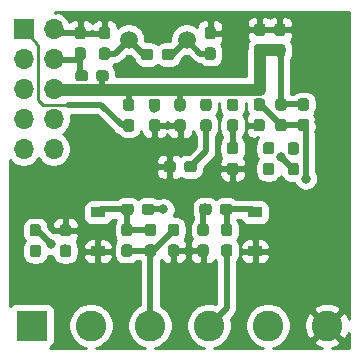
<source format=gbr>
G04 #@! TF.GenerationSoftware,KiCad,Pcbnew,5.1.6-c6e7f7d~86~ubuntu18.04.1*
G04 #@! TF.CreationDate,2020-06-11T15:17:01+02:00*
G04 #@! TF.ProjectId,sci2can,73636932-6361-46e2-9e6b-696361645f70,1.02*
G04 #@! TF.SameCoordinates,Original*
G04 #@! TF.FileFunction,Copper,L2,Bot*
G04 #@! TF.FilePolarity,Positive*
%FSLAX46Y46*%
G04 Gerber Fmt 4.6, Leading zero omitted, Abs format (unit mm)*
G04 Created by KiCad (PCBNEW 5.1.6-c6e7f7d~86~ubuntu18.04.1) date 2020-06-11 15:17:01*
%MOMM*%
%LPD*%
G01*
G04 APERTURE LIST*
G04 #@! TA.AperFunction,SMDPad,CuDef*
%ADD10R,1.200000X0.900000*%
G04 #@! TD*
G04 #@! TA.AperFunction,ComponentPad*
%ADD11O,1.700000X1.700000*%
G04 #@! TD*
G04 #@! TA.AperFunction,ComponentPad*
%ADD12R,1.700000X1.700000*%
G04 #@! TD*
G04 #@! TA.AperFunction,ComponentPad*
%ADD13C,1.500000*%
G04 #@! TD*
G04 #@! TA.AperFunction,ComponentPad*
%ADD14C,2.600000*%
G04 #@! TD*
G04 #@! TA.AperFunction,ComponentPad*
%ADD15R,2.600000X2.600000*%
G04 #@! TD*
G04 #@! TA.AperFunction,ViaPad*
%ADD16C,0.800000*%
G04 #@! TD*
G04 #@! TA.AperFunction,Conductor*
%ADD17C,0.500000*%
G04 #@! TD*
G04 #@! TA.AperFunction,Conductor*
%ADD18C,0.250000*%
G04 #@! TD*
G04 #@! TA.AperFunction,Conductor*
%ADD19C,1.000000*%
G04 #@! TD*
G04 #@! TA.AperFunction,Conductor*
%ADD20C,0.254000*%
G04 #@! TD*
G04 APERTURE END LIST*
D10*
X204150000Y-96650000D03*
X204150000Y-93350000D03*
X217450000Y-96650000D03*
X217450000Y-93350000D03*
G04 #@! TA.AperFunction,SMDPad,CuDef*
G36*
G01*
X213287500Y-97125000D02*
X212812500Y-97125000D01*
G75*
G02*
X212575000Y-96887500I0J237500D01*
G01*
X212575000Y-96312500D01*
G75*
G02*
X212812500Y-96075000I237500J0D01*
G01*
X213287500Y-96075000D01*
G75*
G02*
X213525000Y-96312500I0J-237500D01*
G01*
X213525000Y-96887500D01*
G75*
G02*
X213287500Y-97125000I-237500J0D01*
G01*
G37*
G04 #@! TD.AperFunction*
G04 #@! TA.AperFunction,SMDPad,CuDef*
G36*
G01*
X213287500Y-95375000D02*
X212812500Y-95375000D01*
G75*
G02*
X212575000Y-95137500I0J237500D01*
G01*
X212575000Y-94562500D01*
G75*
G02*
X212812500Y-94325000I237500J0D01*
G01*
X213287500Y-94325000D01*
G75*
G02*
X213525000Y-94562500I0J-237500D01*
G01*
X213525000Y-95137500D01*
G75*
G02*
X213287500Y-95375000I-237500J0D01*
G01*
G37*
G04 #@! TD.AperFunction*
G04 #@! TA.AperFunction,SMDPad,CuDef*
G36*
G01*
X212725000Y-93337500D02*
X212725000Y-92862500D01*
G75*
G02*
X212962500Y-92625000I237500J0D01*
G01*
X213537500Y-92625000D01*
G75*
G02*
X213775000Y-92862500I0J-237500D01*
G01*
X213775000Y-93337500D01*
G75*
G02*
X213537500Y-93575000I-237500J0D01*
G01*
X212962500Y-93575000D01*
G75*
G02*
X212725000Y-93337500I0J237500D01*
G01*
G37*
G04 #@! TD.AperFunction*
G04 #@! TA.AperFunction,SMDPad,CuDef*
G36*
G01*
X214475000Y-93337500D02*
X214475000Y-92862500D01*
G75*
G02*
X214712500Y-92625000I237500J0D01*
G01*
X215287500Y-92625000D01*
G75*
G02*
X215525000Y-92862500I0J-237500D01*
G01*
X215525000Y-93337500D01*
G75*
G02*
X215287500Y-93575000I-237500J0D01*
G01*
X214712500Y-93575000D01*
G75*
G02*
X214475000Y-93337500I0J237500D01*
G01*
G37*
G04 #@! TD.AperFunction*
G04 #@! TA.AperFunction,SMDPad,CuDef*
G36*
G01*
X214812500Y-94325000D02*
X215287500Y-94325000D01*
G75*
G02*
X215525000Y-94562500I0J-237500D01*
G01*
X215525000Y-95137500D01*
G75*
G02*
X215287500Y-95375000I-237500J0D01*
G01*
X214812500Y-95375000D01*
G75*
G02*
X214575000Y-95137500I0J237500D01*
G01*
X214575000Y-94562500D01*
G75*
G02*
X214812500Y-94325000I237500J0D01*
G01*
G37*
G04 #@! TD.AperFunction*
G04 #@! TA.AperFunction,SMDPad,CuDef*
G36*
G01*
X214812500Y-96075000D02*
X215287500Y-96075000D01*
G75*
G02*
X215525000Y-96312500I0J-237500D01*
G01*
X215525000Y-96887500D01*
G75*
G02*
X215287500Y-97125000I-237500J0D01*
G01*
X214812500Y-97125000D01*
G75*
G02*
X214575000Y-96887500I0J237500D01*
G01*
X214575000Y-96312500D01*
G75*
G02*
X214812500Y-96075000I237500J0D01*
G01*
G37*
G04 #@! TD.AperFunction*
G04 #@! TA.AperFunction,SMDPad,CuDef*
G36*
G01*
X221787500Y-84750000D02*
X221312500Y-84750000D01*
G75*
G02*
X221075000Y-84512500I0J237500D01*
G01*
X221075000Y-83937500D01*
G75*
G02*
X221312500Y-83700000I237500J0D01*
G01*
X221787500Y-83700000D01*
G75*
G02*
X222025000Y-83937500I0J-237500D01*
G01*
X222025000Y-84512500D01*
G75*
G02*
X221787500Y-84750000I-237500J0D01*
G01*
G37*
G04 #@! TD.AperFunction*
G04 #@! TA.AperFunction,SMDPad,CuDef*
G36*
G01*
X221787500Y-86500000D02*
X221312500Y-86500000D01*
G75*
G02*
X221075000Y-86262500I0J237500D01*
G01*
X221075000Y-85687500D01*
G75*
G02*
X221312500Y-85450000I237500J0D01*
G01*
X221787500Y-85450000D01*
G75*
G02*
X222025000Y-85687500I0J-237500D01*
G01*
X222025000Y-86262500D01*
G75*
G02*
X221787500Y-86500000I-237500J0D01*
G01*
G37*
G04 #@! TD.AperFunction*
G04 #@! TA.AperFunction,SMDPad,CuDef*
G36*
G01*
X218087500Y-78425000D02*
X217612500Y-78425000D01*
G75*
G02*
X217375000Y-78187500I0J237500D01*
G01*
X217375000Y-77612500D01*
G75*
G02*
X217612500Y-77375000I237500J0D01*
G01*
X218087500Y-77375000D01*
G75*
G02*
X218325000Y-77612500I0J-237500D01*
G01*
X218325000Y-78187500D01*
G75*
G02*
X218087500Y-78425000I-237500J0D01*
G01*
G37*
G04 #@! TD.AperFunction*
G04 #@! TA.AperFunction,SMDPad,CuDef*
G36*
G01*
X218087500Y-80175000D02*
X217612500Y-80175000D01*
G75*
G02*
X217375000Y-79937500I0J237500D01*
G01*
X217375000Y-79362500D01*
G75*
G02*
X217612500Y-79125000I237500J0D01*
G01*
X218087500Y-79125000D01*
G75*
G02*
X218325000Y-79362500I0J-237500D01*
G01*
X218325000Y-79937500D01*
G75*
G02*
X218087500Y-80175000I-237500J0D01*
G01*
G37*
G04 #@! TD.AperFunction*
G04 #@! TA.AperFunction,SMDPad,CuDef*
G36*
G01*
X220462500Y-89175000D02*
X220937500Y-89175000D01*
G75*
G02*
X221175000Y-89412500I0J-237500D01*
G01*
X221175000Y-89987500D01*
G75*
G02*
X220937500Y-90225000I-237500J0D01*
G01*
X220462500Y-90225000D01*
G75*
G02*
X220225000Y-89987500I0J237500D01*
G01*
X220225000Y-89412500D01*
G75*
G02*
X220462500Y-89175000I237500J0D01*
G01*
G37*
G04 #@! TD.AperFunction*
G04 #@! TA.AperFunction,SMDPad,CuDef*
G36*
G01*
X220462500Y-87425000D02*
X220937500Y-87425000D01*
G75*
G02*
X221175000Y-87662500I0J-237500D01*
G01*
X221175000Y-88237500D01*
G75*
G02*
X220937500Y-88475000I-237500J0D01*
G01*
X220462500Y-88475000D01*
G75*
G02*
X220225000Y-88237500I0J237500D01*
G01*
X220225000Y-87662500D01*
G75*
G02*
X220462500Y-87425000I237500J0D01*
G01*
G37*
G04 #@! TD.AperFunction*
G04 #@! TA.AperFunction,SMDPad,CuDef*
G36*
G01*
X219412500Y-85450000D02*
X219887500Y-85450000D01*
G75*
G02*
X220125000Y-85687500I0J-237500D01*
G01*
X220125000Y-86262500D01*
G75*
G02*
X219887500Y-86500000I-237500J0D01*
G01*
X219412500Y-86500000D01*
G75*
G02*
X219175000Y-86262500I0J237500D01*
G01*
X219175000Y-85687500D01*
G75*
G02*
X219412500Y-85450000I237500J0D01*
G01*
G37*
G04 #@! TD.AperFunction*
G04 #@! TA.AperFunction,SMDPad,CuDef*
G36*
G01*
X219412500Y-83700000D02*
X219887500Y-83700000D01*
G75*
G02*
X220125000Y-83937500I0J-237500D01*
G01*
X220125000Y-84512500D01*
G75*
G02*
X219887500Y-84750000I-237500J0D01*
G01*
X219412500Y-84750000D01*
G75*
G02*
X219175000Y-84512500I0J237500D01*
G01*
X219175000Y-83937500D01*
G75*
G02*
X219412500Y-83700000I237500J0D01*
G01*
G37*
G04 #@! TD.AperFunction*
G04 #@! TA.AperFunction,SMDPad,CuDef*
G36*
G01*
X217562500Y-85450000D02*
X218037500Y-85450000D01*
G75*
G02*
X218275000Y-85687500I0J-237500D01*
G01*
X218275000Y-86262500D01*
G75*
G02*
X218037500Y-86500000I-237500J0D01*
G01*
X217562500Y-86500000D01*
G75*
G02*
X217325000Y-86262500I0J237500D01*
G01*
X217325000Y-85687500D01*
G75*
G02*
X217562500Y-85450000I237500J0D01*
G01*
G37*
G04 #@! TD.AperFunction*
G04 #@! TA.AperFunction,SMDPad,CuDef*
G36*
G01*
X217562500Y-83700000D02*
X218037500Y-83700000D01*
G75*
G02*
X218275000Y-83937500I0J-237500D01*
G01*
X218275000Y-84512500D01*
G75*
G02*
X218037500Y-84750000I-237500J0D01*
G01*
X217562500Y-84750000D01*
G75*
G02*
X217325000Y-84512500I0J237500D01*
G01*
X217325000Y-83937500D01*
G75*
G02*
X217562500Y-83700000I237500J0D01*
G01*
G37*
G04 #@! TD.AperFunction*
G04 #@! TA.AperFunction,SMDPad,CuDef*
G36*
G01*
X218837500Y-88450000D02*
X218362500Y-88450000D01*
G75*
G02*
X218125000Y-88212500I0J237500D01*
G01*
X218125000Y-87637500D01*
G75*
G02*
X218362500Y-87400000I237500J0D01*
G01*
X218837500Y-87400000D01*
G75*
G02*
X219075000Y-87637500I0J-237500D01*
G01*
X219075000Y-88212500D01*
G75*
G02*
X218837500Y-88450000I-237500J0D01*
G01*
G37*
G04 #@! TD.AperFunction*
G04 #@! TA.AperFunction,SMDPad,CuDef*
G36*
G01*
X218837500Y-90200000D02*
X218362500Y-90200000D01*
G75*
G02*
X218125000Y-89962500I0J237500D01*
G01*
X218125000Y-89387500D01*
G75*
G02*
X218362500Y-89150000I237500J0D01*
G01*
X218837500Y-89150000D01*
G75*
G02*
X219075000Y-89387500I0J-237500D01*
G01*
X219075000Y-89962500D01*
G75*
G02*
X218837500Y-90200000I-237500J0D01*
G01*
G37*
G04 #@! TD.AperFunction*
D11*
X200390000Y-88000000D03*
X197850000Y-88000000D03*
X200390000Y-85460000D03*
X197850000Y-85460000D03*
X200390000Y-82920000D03*
X197850000Y-82920000D03*
X200390000Y-80380000D03*
X197850000Y-80380000D03*
X200390000Y-77840000D03*
D12*
X197850000Y-77840000D03*
G04 #@! TA.AperFunction,SMDPad,CuDef*
G36*
G01*
X210312500Y-94325000D02*
X210787500Y-94325000D01*
G75*
G02*
X211025000Y-94562500I0J-237500D01*
G01*
X211025000Y-95137500D01*
G75*
G02*
X210787500Y-95375000I-237500J0D01*
G01*
X210312500Y-95375000D01*
G75*
G02*
X210075000Y-95137500I0J237500D01*
G01*
X210075000Y-94562500D01*
G75*
G02*
X210312500Y-94325000I237500J0D01*
G01*
G37*
G04 #@! TD.AperFunction*
G04 #@! TA.AperFunction,SMDPad,CuDef*
G36*
G01*
X210312500Y-96075000D02*
X210787500Y-96075000D01*
G75*
G02*
X211025000Y-96312500I0J-237500D01*
G01*
X211025000Y-96887500D01*
G75*
G02*
X210787500Y-97125000I-237500J0D01*
G01*
X210312500Y-97125000D01*
G75*
G02*
X210075000Y-96887500I0J237500D01*
G01*
X210075000Y-96312500D01*
G75*
G02*
X210312500Y-96075000I237500J0D01*
G01*
G37*
G04 #@! TD.AperFunction*
D13*
X206770000Y-78750000D03*
X211650000Y-78750000D03*
G04 #@! TA.AperFunction,SMDPad,CuDef*
G36*
G01*
X209187500Y-84775000D02*
X208712500Y-84775000D01*
G75*
G02*
X208475000Y-84537500I0J237500D01*
G01*
X208475000Y-83962500D01*
G75*
G02*
X208712500Y-83725000I237500J0D01*
G01*
X209187500Y-83725000D01*
G75*
G02*
X209425000Y-83962500I0J-237500D01*
G01*
X209425000Y-84537500D01*
G75*
G02*
X209187500Y-84775000I-237500J0D01*
G01*
G37*
G04 #@! TD.AperFunction*
G04 #@! TA.AperFunction,SMDPad,CuDef*
G36*
G01*
X209187500Y-86525000D02*
X208712500Y-86525000D01*
G75*
G02*
X208475000Y-86287500I0J237500D01*
G01*
X208475000Y-85712500D01*
G75*
G02*
X208712500Y-85475000I237500J0D01*
G01*
X209187500Y-85475000D01*
G75*
G02*
X209425000Y-85712500I0J-237500D01*
G01*
X209425000Y-86287500D01*
G75*
G02*
X209187500Y-86525000I-237500J0D01*
G01*
G37*
G04 #@! TD.AperFunction*
G04 #@! TA.AperFunction,SMDPad,CuDef*
G36*
G01*
X206362500Y-94325000D02*
X206837500Y-94325000D01*
G75*
G02*
X207075000Y-94562500I0J-237500D01*
G01*
X207075000Y-95137500D01*
G75*
G02*
X206837500Y-95375000I-237500J0D01*
G01*
X206362500Y-95375000D01*
G75*
G02*
X206125000Y-95137500I0J237500D01*
G01*
X206125000Y-94562500D01*
G75*
G02*
X206362500Y-94325000I237500J0D01*
G01*
G37*
G04 #@! TD.AperFunction*
G04 #@! TA.AperFunction,SMDPad,CuDef*
G36*
G01*
X206362500Y-96075000D02*
X206837500Y-96075000D01*
G75*
G02*
X207075000Y-96312500I0J-237500D01*
G01*
X207075000Y-96887500D01*
G75*
G02*
X206837500Y-97125000I-237500J0D01*
G01*
X206362500Y-97125000D01*
G75*
G02*
X206125000Y-96887500I0J237500D01*
G01*
X206125000Y-96312500D01*
G75*
G02*
X206362500Y-96075000I237500J0D01*
G01*
G37*
G04 #@! TD.AperFunction*
D14*
X223550000Y-102950000D03*
X218550000Y-102950000D03*
X213550000Y-102950000D03*
X208550000Y-102950000D03*
X203550000Y-102950000D03*
D15*
X198550000Y-102950000D03*
G04 #@! TA.AperFunction,SMDPad,CuDef*
G36*
G01*
X215312500Y-89150000D02*
X215787500Y-89150000D01*
G75*
G02*
X216025000Y-89387500I0J-237500D01*
G01*
X216025000Y-89962500D01*
G75*
G02*
X215787500Y-90200000I-237500J0D01*
G01*
X215312500Y-90200000D01*
G75*
G02*
X215075000Y-89962500I0J237500D01*
G01*
X215075000Y-89387500D01*
G75*
G02*
X215312500Y-89150000I237500J0D01*
G01*
G37*
G04 #@! TD.AperFunction*
G04 #@! TA.AperFunction,SMDPad,CuDef*
G36*
G01*
X215312500Y-87400000D02*
X215787500Y-87400000D01*
G75*
G02*
X216025000Y-87637500I0J-237500D01*
G01*
X216025000Y-88212500D01*
G75*
G02*
X215787500Y-88450000I-237500J0D01*
G01*
X215312500Y-88450000D01*
G75*
G02*
X215075000Y-88212500I0J237500D01*
G01*
X215075000Y-87637500D01*
G75*
G02*
X215312500Y-87400000I237500J0D01*
G01*
G37*
G04 #@! TD.AperFunction*
G04 #@! TA.AperFunction,SMDPad,CuDef*
G36*
G01*
X215787500Y-84775000D02*
X215312500Y-84775000D01*
G75*
G02*
X215075000Y-84537500I0J237500D01*
G01*
X215075000Y-83962500D01*
G75*
G02*
X215312500Y-83725000I237500J0D01*
G01*
X215787500Y-83725000D01*
G75*
G02*
X216025000Y-83962500I0J-237500D01*
G01*
X216025000Y-84537500D01*
G75*
G02*
X215787500Y-84775000I-237500J0D01*
G01*
G37*
G04 #@! TD.AperFunction*
G04 #@! TA.AperFunction,SMDPad,CuDef*
G36*
G01*
X215787500Y-86525000D02*
X215312500Y-86525000D01*
G75*
G02*
X215075000Y-86287500I0J237500D01*
G01*
X215075000Y-85712500D01*
G75*
G02*
X215312500Y-85475000I237500J0D01*
G01*
X215787500Y-85475000D01*
G75*
G02*
X216025000Y-85712500I0J-237500D01*
G01*
X216025000Y-86287500D01*
G75*
G02*
X215787500Y-86525000I-237500J0D01*
G01*
G37*
G04 #@! TD.AperFunction*
G04 #@! TA.AperFunction,SMDPad,CuDef*
G36*
G01*
X208362500Y-94325000D02*
X208837500Y-94325000D01*
G75*
G02*
X209075000Y-94562500I0J-237500D01*
G01*
X209075000Y-95137500D01*
G75*
G02*
X208837500Y-95375000I-237500J0D01*
G01*
X208362500Y-95375000D01*
G75*
G02*
X208125000Y-95137500I0J237500D01*
G01*
X208125000Y-94562500D01*
G75*
G02*
X208362500Y-94325000I237500J0D01*
G01*
G37*
G04 #@! TD.AperFunction*
G04 #@! TA.AperFunction,SMDPad,CuDef*
G36*
G01*
X208362500Y-96075000D02*
X208837500Y-96075000D01*
G75*
G02*
X209075000Y-96312500I0J-237500D01*
G01*
X209075000Y-96887500D01*
G75*
G02*
X208837500Y-97125000I-237500J0D01*
G01*
X208362500Y-97125000D01*
G75*
G02*
X208125000Y-96887500I0J237500D01*
G01*
X208125000Y-96312500D01*
G75*
G02*
X208362500Y-96075000I237500J0D01*
G01*
G37*
G04 #@! TD.AperFunction*
G04 #@! TA.AperFunction,SMDPad,CuDef*
G36*
G01*
X201162500Y-96100000D02*
X201637500Y-96100000D01*
G75*
G02*
X201875000Y-96337500I0J-237500D01*
G01*
X201875000Y-96912500D01*
G75*
G02*
X201637500Y-97150000I-237500J0D01*
G01*
X201162500Y-97150000D01*
G75*
G02*
X200925000Y-96912500I0J237500D01*
G01*
X200925000Y-96337500D01*
G75*
G02*
X201162500Y-96100000I237500J0D01*
G01*
G37*
G04 #@! TD.AperFunction*
G04 #@! TA.AperFunction,SMDPad,CuDef*
G36*
G01*
X201162500Y-94350000D02*
X201637500Y-94350000D01*
G75*
G02*
X201875000Y-94587500I0J-237500D01*
G01*
X201875000Y-95162500D01*
G75*
G02*
X201637500Y-95400000I-237500J0D01*
G01*
X201162500Y-95400000D01*
G75*
G02*
X200925000Y-95162500I0J237500D01*
G01*
X200925000Y-94587500D01*
G75*
G02*
X201162500Y-94350000I237500J0D01*
G01*
G37*
G04 #@! TD.AperFunction*
G04 #@! TA.AperFunction,SMDPad,CuDef*
G36*
G01*
X198612500Y-96100000D02*
X199087500Y-96100000D01*
G75*
G02*
X199325000Y-96337500I0J-237500D01*
G01*
X199325000Y-96912500D01*
G75*
G02*
X199087500Y-97150000I-237500J0D01*
G01*
X198612500Y-97150000D01*
G75*
G02*
X198375000Y-96912500I0J237500D01*
G01*
X198375000Y-96337500D01*
G75*
G02*
X198612500Y-96100000I237500J0D01*
G01*
G37*
G04 #@! TD.AperFunction*
G04 #@! TA.AperFunction,SMDPad,CuDef*
G36*
G01*
X198612500Y-94350000D02*
X199087500Y-94350000D01*
G75*
G02*
X199325000Y-94587500I0J-237500D01*
G01*
X199325000Y-95162500D01*
G75*
G02*
X199087500Y-95400000I-237500J0D01*
G01*
X198612500Y-95400000D01*
G75*
G02*
X198375000Y-95162500I0J237500D01*
G01*
X198375000Y-94587500D01*
G75*
G02*
X198612500Y-94350000I237500J0D01*
G01*
G37*
G04 #@! TD.AperFunction*
G04 #@! TA.AperFunction,SMDPad,CuDef*
G36*
G01*
X208850000Y-79762500D02*
X208850000Y-80237500D01*
G75*
G02*
X208612500Y-80475000I-237500J0D01*
G01*
X208037500Y-80475000D01*
G75*
G02*
X207800000Y-80237500I0J237500D01*
G01*
X207800000Y-79762500D01*
G75*
G02*
X208037500Y-79525000I237500J0D01*
G01*
X208612500Y-79525000D01*
G75*
G02*
X208850000Y-79762500I0J-237500D01*
G01*
G37*
G04 #@! TD.AperFunction*
G04 #@! TA.AperFunction,SMDPad,CuDef*
G36*
G01*
X210600000Y-79762500D02*
X210600000Y-80237500D01*
G75*
G02*
X210362500Y-80475000I-237500J0D01*
G01*
X209787500Y-80475000D01*
G75*
G02*
X209550000Y-80237500I0J237500D01*
G01*
X209550000Y-79762500D01*
G75*
G02*
X209787500Y-79525000I237500J0D01*
G01*
X210362500Y-79525000D01*
G75*
G02*
X210600000Y-79762500I0J-237500D01*
G01*
G37*
G04 #@! TD.AperFunction*
G04 #@! TA.AperFunction,SMDPad,CuDef*
G36*
G01*
X208925000Y-92862500D02*
X208925000Y-93337500D01*
G75*
G02*
X208687500Y-93575000I-237500J0D01*
G01*
X208112500Y-93575000D01*
G75*
G02*
X207875000Y-93337500I0J237500D01*
G01*
X207875000Y-92862500D01*
G75*
G02*
X208112500Y-92625000I237500J0D01*
G01*
X208687500Y-92625000D01*
G75*
G02*
X208925000Y-92862500I0J-237500D01*
G01*
G37*
G04 #@! TD.AperFunction*
G04 #@! TA.AperFunction,SMDPad,CuDef*
G36*
G01*
X207175000Y-92862500D02*
X207175000Y-93337500D01*
G75*
G02*
X206937500Y-93575000I-237500J0D01*
G01*
X206362500Y-93575000D01*
G75*
G02*
X206125000Y-93337500I0J237500D01*
G01*
X206125000Y-92862500D01*
G75*
G02*
X206362500Y-92625000I237500J0D01*
G01*
X206937500Y-92625000D01*
G75*
G02*
X207175000Y-92862500I0J-237500D01*
G01*
G37*
G04 #@! TD.AperFunction*
G04 #@! TA.AperFunction,SMDPad,CuDef*
G36*
G01*
X213062500Y-85475000D02*
X213537500Y-85475000D01*
G75*
G02*
X213775000Y-85712500I0J-237500D01*
G01*
X213775000Y-86287500D01*
G75*
G02*
X213537500Y-86525000I-237500J0D01*
G01*
X213062500Y-86525000D01*
G75*
G02*
X212825000Y-86287500I0J237500D01*
G01*
X212825000Y-85712500D01*
G75*
G02*
X213062500Y-85475000I237500J0D01*
G01*
G37*
G04 #@! TD.AperFunction*
G04 #@! TA.AperFunction,SMDPad,CuDef*
G36*
G01*
X213062500Y-83725000D02*
X213537500Y-83725000D01*
G75*
G02*
X213775000Y-83962500I0J-237500D01*
G01*
X213775000Y-84537500D01*
G75*
G02*
X213537500Y-84775000I-237500J0D01*
G01*
X213062500Y-84775000D01*
G75*
G02*
X212825000Y-84537500I0J237500D01*
G01*
X212825000Y-83962500D01*
G75*
G02*
X213062500Y-83725000I237500J0D01*
G01*
G37*
G04 #@! TD.AperFunction*
G04 #@! TA.AperFunction,SMDPad,CuDef*
G36*
G01*
X204000000Y-82037500D02*
X204000000Y-81562500D01*
G75*
G02*
X204237500Y-81325000I237500J0D01*
G01*
X204812500Y-81325000D01*
G75*
G02*
X205050000Y-81562500I0J-237500D01*
G01*
X205050000Y-82037500D01*
G75*
G02*
X204812500Y-82275000I-237500J0D01*
G01*
X204237500Y-82275000D01*
G75*
G02*
X204000000Y-82037500I0J237500D01*
G01*
G37*
G04 #@! TD.AperFunction*
G04 #@! TA.AperFunction,SMDPad,CuDef*
G36*
G01*
X202250000Y-82037500D02*
X202250000Y-81562500D01*
G75*
G02*
X202487500Y-81325000I237500J0D01*
G01*
X203062500Y-81325000D01*
G75*
G02*
X203300000Y-81562500I0J-237500D01*
G01*
X203300000Y-82037500D01*
G75*
G02*
X203062500Y-82275000I-237500J0D01*
G01*
X202487500Y-82275000D01*
G75*
G02*
X202250000Y-82037500I0J237500D01*
G01*
G37*
G04 #@! TD.AperFunction*
G04 #@! TA.AperFunction,SMDPad,CuDef*
G36*
G01*
X206512500Y-85475000D02*
X206987500Y-85475000D01*
G75*
G02*
X207225000Y-85712500I0J-237500D01*
G01*
X207225000Y-86287500D01*
G75*
G02*
X206987500Y-86525000I-237500J0D01*
G01*
X206512500Y-86525000D01*
G75*
G02*
X206275000Y-86287500I0J237500D01*
G01*
X206275000Y-85712500D01*
G75*
G02*
X206512500Y-85475000I237500J0D01*
G01*
G37*
G04 #@! TD.AperFunction*
G04 #@! TA.AperFunction,SMDPad,CuDef*
G36*
G01*
X206512500Y-83725000D02*
X206987500Y-83725000D01*
G75*
G02*
X207225000Y-83962500I0J-237500D01*
G01*
X207225000Y-84537500D01*
G75*
G02*
X206987500Y-84775000I-237500J0D01*
G01*
X206512500Y-84775000D01*
G75*
G02*
X206275000Y-84537500I0J237500D01*
G01*
X206275000Y-83962500D01*
G75*
G02*
X206512500Y-83725000I237500J0D01*
G01*
G37*
G04 #@! TD.AperFunction*
G04 #@! TA.AperFunction,SMDPad,CuDef*
G36*
G01*
X211450000Y-89737500D02*
X211450000Y-89262500D01*
G75*
G02*
X211687500Y-89025000I237500J0D01*
G01*
X212262500Y-89025000D01*
G75*
G02*
X212500000Y-89262500I0J-237500D01*
G01*
X212500000Y-89737500D01*
G75*
G02*
X212262500Y-89975000I-237500J0D01*
G01*
X211687500Y-89975000D01*
G75*
G02*
X211450000Y-89737500I0J237500D01*
G01*
G37*
G04 #@! TD.AperFunction*
G04 #@! TA.AperFunction,SMDPad,CuDef*
G36*
G01*
X209700000Y-89737500D02*
X209700000Y-89262500D01*
G75*
G02*
X209937500Y-89025000I237500J0D01*
G01*
X210512500Y-89025000D01*
G75*
G02*
X210750000Y-89262500I0J-237500D01*
G01*
X210750000Y-89737500D01*
G75*
G02*
X210512500Y-89975000I-237500J0D01*
G01*
X209937500Y-89975000D01*
G75*
G02*
X209700000Y-89737500I0J237500D01*
G01*
G37*
G04 #@! TD.AperFunction*
G04 #@! TA.AperFunction,SMDPad,CuDef*
G36*
G01*
X204937500Y-78700000D02*
X204462500Y-78700000D01*
G75*
G02*
X204225000Y-78462500I0J237500D01*
G01*
X204225000Y-77887500D01*
G75*
G02*
X204462500Y-77650000I237500J0D01*
G01*
X204937500Y-77650000D01*
G75*
G02*
X205175000Y-77887500I0J-237500D01*
G01*
X205175000Y-78462500D01*
G75*
G02*
X204937500Y-78700000I-237500J0D01*
G01*
G37*
G04 #@! TD.AperFunction*
G04 #@! TA.AperFunction,SMDPad,CuDef*
G36*
G01*
X204937500Y-80450000D02*
X204462500Y-80450000D01*
G75*
G02*
X204225000Y-80212500I0J237500D01*
G01*
X204225000Y-79637500D01*
G75*
G02*
X204462500Y-79400000I237500J0D01*
G01*
X204937500Y-79400000D01*
G75*
G02*
X205175000Y-79637500I0J-237500D01*
G01*
X205175000Y-80212500D01*
G75*
G02*
X204937500Y-80450000I-237500J0D01*
G01*
G37*
G04 #@! TD.AperFunction*
G04 #@! TA.AperFunction,SMDPad,CuDef*
G36*
G01*
X213887500Y-78700000D02*
X213412500Y-78700000D01*
G75*
G02*
X213175000Y-78462500I0J237500D01*
G01*
X213175000Y-77887500D01*
G75*
G02*
X213412500Y-77650000I237500J0D01*
G01*
X213887500Y-77650000D01*
G75*
G02*
X214125000Y-77887500I0J-237500D01*
G01*
X214125000Y-78462500D01*
G75*
G02*
X213887500Y-78700000I-237500J0D01*
G01*
G37*
G04 #@! TD.AperFunction*
G04 #@! TA.AperFunction,SMDPad,CuDef*
G36*
G01*
X213887500Y-80450000D02*
X213412500Y-80450000D01*
G75*
G02*
X213175000Y-80212500I0J237500D01*
G01*
X213175000Y-79637500D01*
G75*
G02*
X213412500Y-79400000I237500J0D01*
G01*
X213887500Y-79400000D01*
G75*
G02*
X214125000Y-79637500I0J-237500D01*
G01*
X214125000Y-80212500D01*
G75*
G02*
X213887500Y-80450000I-237500J0D01*
G01*
G37*
G04 #@! TD.AperFunction*
G04 #@! TA.AperFunction,SMDPad,CuDef*
G36*
G01*
X202887500Y-78700000D02*
X202412500Y-78700000D01*
G75*
G02*
X202175000Y-78462500I0J237500D01*
G01*
X202175000Y-77887500D01*
G75*
G02*
X202412500Y-77650000I237500J0D01*
G01*
X202887500Y-77650000D01*
G75*
G02*
X203125000Y-77887500I0J-237500D01*
G01*
X203125000Y-78462500D01*
G75*
G02*
X202887500Y-78700000I-237500J0D01*
G01*
G37*
G04 #@! TD.AperFunction*
G04 #@! TA.AperFunction,SMDPad,CuDef*
G36*
G01*
X202887500Y-80450000D02*
X202412500Y-80450000D01*
G75*
G02*
X202175000Y-80212500I0J237500D01*
G01*
X202175000Y-79637500D01*
G75*
G02*
X202412500Y-79400000I237500J0D01*
G01*
X202887500Y-79400000D01*
G75*
G02*
X203125000Y-79637500I0J-237500D01*
G01*
X203125000Y-80212500D01*
G75*
G02*
X202887500Y-80450000I-237500J0D01*
G01*
G37*
G04 #@! TD.AperFunction*
G04 #@! TA.AperFunction,SMDPad,CuDef*
G36*
G01*
X219787500Y-78425000D02*
X219312500Y-78425000D01*
G75*
G02*
X219075000Y-78187500I0J237500D01*
G01*
X219075000Y-77612500D01*
G75*
G02*
X219312500Y-77375000I237500J0D01*
G01*
X219787500Y-77375000D01*
G75*
G02*
X220025000Y-77612500I0J-237500D01*
G01*
X220025000Y-78187500D01*
G75*
G02*
X219787500Y-78425000I-237500J0D01*
G01*
G37*
G04 #@! TD.AperFunction*
G04 #@! TA.AperFunction,SMDPad,CuDef*
G36*
G01*
X219787500Y-80175000D02*
X219312500Y-80175000D01*
G75*
G02*
X219075000Y-79937500I0J237500D01*
G01*
X219075000Y-79362500D01*
G75*
G02*
X219312500Y-79125000I237500J0D01*
G01*
X219787500Y-79125000D01*
G75*
G02*
X220025000Y-79362500I0J-237500D01*
G01*
X220025000Y-79937500D01*
G75*
G02*
X219787500Y-80175000I-237500J0D01*
G01*
G37*
G04 #@! TD.AperFunction*
G04 #@! TA.AperFunction,SMDPad,CuDef*
G36*
G01*
X210862500Y-85475000D02*
X211337500Y-85475000D01*
G75*
G02*
X211575000Y-85712500I0J-237500D01*
G01*
X211575000Y-86287500D01*
G75*
G02*
X211337500Y-86525000I-237500J0D01*
G01*
X210862500Y-86525000D01*
G75*
G02*
X210625000Y-86287500I0J237500D01*
G01*
X210625000Y-85712500D01*
G75*
G02*
X210862500Y-85475000I237500J0D01*
G01*
G37*
G04 #@! TD.AperFunction*
G04 #@! TA.AperFunction,SMDPad,CuDef*
G36*
G01*
X210862500Y-83725000D02*
X211337500Y-83725000D01*
G75*
G02*
X211575000Y-83962500I0J-237500D01*
G01*
X211575000Y-84537500D01*
G75*
G02*
X211337500Y-84775000I-237500J0D01*
G01*
X210862500Y-84775000D01*
G75*
G02*
X210625000Y-84537500I0J237500D01*
G01*
X210625000Y-83962500D01*
G75*
G02*
X210862500Y-83725000I237500J0D01*
G01*
G37*
G04 #@! TD.AperFunction*
D16*
X223900000Y-77950000D03*
X222900000Y-86550000D03*
X223900000Y-86550000D03*
X223900000Y-85700000D03*
X222900000Y-85700000D03*
X223900000Y-84850000D03*
X222900000Y-84850000D03*
X200150000Y-91600000D03*
X222900000Y-78800000D03*
X222900000Y-77100000D03*
X223900000Y-78800000D03*
X223900000Y-77100000D03*
X222900000Y-77950000D03*
X211300000Y-87700000D03*
X207200000Y-98200000D03*
X203300000Y-98200000D03*
X223200000Y-93800000D03*
X223200000Y-94700000D03*
X224950000Y-93800000D03*
X224950000Y-94700000D03*
X219650000Y-90700000D03*
X211050000Y-98300000D03*
X211050000Y-98300000D03*
X211050000Y-98300000D03*
X197600000Y-98300000D03*
X197600000Y-98300000D03*
X206900000Y-88850000D03*
X206900000Y-88850000D03*
X215950000Y-104250000D03*
X201100000Y-104200000D03*
X215500000Y-78700000D03*
X213300000Y-84175000D03*
X206750000Y-86000000D03*
X208900000Y-84500000D03*
X209700000Y-93100000D03*
X215550000Y-86000000D03*
X215550000Y-84250000D03*
X200135000Y-96000000D03*
X198865000Y-96565000D03*
X219550000Y-79650000D03*
X217850000Y-79650000D03*
X211100000Y-84400000D03*
X213250000Y-93000000D03*
X219650000Y-88650000D03*
X218600000Y-87850000D03*
X218600000Y-89750000D03*
X221750000Y-90500000D03*
X201350000Y-96500000D03*
X220700000Y-87850000D03*
D17*
X200725000Y-78175000D02*
X200390000Y-77840000D01*
X202650000Y-78175000D02*
X200725000Y-78175000D01*
X200405000Y-80425000D02*
X200390000Y-80440000D01*
X202650000Y-81675000D02*
X202775000Y-81800000D01*
X202440000Y-80440000D02*
X202650000Y-80650000D01*
X200390000Y-80440000D02*
X202440000Y-80440000D01*
X202650000Y-79925000D02*
X202650000Y-80650000D01*
X202650000Y-80650000D02*
X202650000Y-81675000D01*
X210400000Y-80000000D02*
X211650000Y-78750000D01*
X210075000Y-80000000D02*
X210400000Y-80000000D01*
X212825000Y-79925000D02*
X211650000Y-78750000D01*
X213650000Y-79925000D02*
X212825000Y-79925000D01*
X205595000Y-79925000D02*
X206770000Y-78750000D01*
X204700000Y-79925000D02*
X205595000Y-79925000D01*
X208020000Y-80000000D02*
X206770000Y-78750000D01*
X208325000Y-80000000D02*
X208020000Y-80000000D01*
D18*
X201600000Y-84250000D02*
X199500000Y-84250000D01*
X199100000Y-83850000D02*
X199100000Y-79150000D01*
X199025001Y-79075001D02*
X197850000Y-77900000D01*
X199100000Y-83850000D02*
X199500000Y-84250000D01*
D17*
X206750000Y-86000000D02*
X206150000Y-86000000D01*
X204400000Y-84250000D02*
X201600000Y-84250000D01*
X206150000Y-86000000D02*
X204400000Y-84250000D01*
X208950000Y-84175000D02*
X208950000Y-84450000D01*
X208950000Y-84450000D02*
X208900000Y-84500000D01*
X208400000Y-93100000D02*
X209700000Y-93100000D01*
X215550000Y-87925000D02*
X215550000Y-86000000D01*
X199010000Y-94875000D02*
X200135000Y-96000000D01*
X198850000Y-94875000D02*
X199010000Y-94875000D01*
X198865000Y-96610000D02*
X198850000Y-96625000D01*
X198865000Y-96565000D02*
X198865000Y-96610000D01*
X211100000Y-83000000D02*
X211120000Y-82980000D01*
X211100000Y-84175000D02*
X211100000Y-83000000D01*
X206750000Y-83000000D02*
X206730000Y-82980000D01*
X206750000Y-84175000D02*
X206750000Y-83000000D01*
D19*
X206730000Y-82980000D02*
X211120000Y-82980000D01*
D17*
X204525000Y-82975000D02*
X204530000Y-82980000D01*
X204525000Y-81800000D02*
X204525000Y-82975000D01*
D19*
X200390000Y-82980000D02*
X204530000Y-82980000D01*
X204530000Y-82980000D02*
X206730000Y-82980000D01*
X217850000Y-79650000D02*
X219550000Y-79650000D01*
X217850000Y-79650000D02*
X217850000Y-82960000D01*
X211120000Y-82980000D02*
X217870000Y-82980000D01*
X217850000Y-82960000D02*
X217870000Y-82980000D01*
D17*
X221550000Y-84225000D02*
X219650000Y-84225000D01*
X219650000Y-79750000D02*
X219550000Y-79650000D01*
X219650000Y-84225000D02*
X219650000Y-79750000D01*
X215050000Y-101450000D02*
X213550000Y-102950000D01*
X215050000Y-96600000D02*
X215050000Y-101450000D01*
X213300000Y-93100000D02*
X213250000Y-93100000D01*
X213050000Y-93350000D02*
X213300000Y-93100000D01*
X213050000Y-94850000D02*
X213050000Y-93350000D01*
X206600000Y-96600000D02*
X208600000Y-96600000D01*
X208800000Y-96600000D02*
X210550000Y-94850000D01*
X208600000Y-96600000D02*
X208800000Y-96600000D01*
X208600000Y-102900000D02*
X208550000Y-102950000D01*
X208600000Y-96600000D02*
X208600000Y-102900000D01*
X208600000Y-94850000D02*
X206600000Y-94850000D01*
X206600000Y-93150000D02*
X206650000Y-93100000D01*
X206600000Y-94850000D02*
X206600000Y-93150000D01*
X204400000Y-93100000D02*
X204150000Y-93350000D01*
X206650000Y-93100000D02*
X204400000Y-93100000D01*
X215050000Y-93150000D02*
X215000000Y-93100000D01*
X215050000Y-94850000D02*
X215050000Y-93150000D01*
X217200000Y-93100000D02*
X217450000Y-93350000D01*
X215000000Y-93100000D02*
X217200000Y-93100000D01*
X219650000Y-88769998D02*
X219769998Y-88769998D01*
X220700000Y-89700000D02*
X219650000Y-88650000D01*
X217900000Y-84225000D02*
X219650000Y-85975000D01*
X217800000Y-84225000D02*
X217900000Y-84225000D01*
X219650000Y-85975000D02*
X221550000Y-85975000D01*
X221550000Y-85975000D02*
X221750000Y-86175000D01*
X221750000Y-86175000D02*
X221750000Y-90500000D01*
X213300000Y-88175000D02*
X211975000Y-89500000D01*
X213300000Y-86000000D02*
X213300000Y-88175000D01*
X201350000Y-96375000D02*
X201350000Y-96500000D01*
D20*
G36*
X225390001Y-102351038D02*
G01*
X225326333Y-102159310D01*
X225194312Y-101912317D01*
X224899224Y-101780381D01*
X223729605Y-102950000D01*
X224899224Y-104119619D01*
X225194312Y-103987683D01*
X225365159Y-103646955D01*
X225390001Y-103556643D01*
X225390001Y-104840000D01*
X223998395Y-104840000D01*
X224340690Y-104726333D01*
X224587683Y-104594312D01*
X224719619Y-104299224D01*
X223550000Y-103129605D01*
X222380381Y-104299224D01*
X222512317Y-104594312D01*
X222853045Y-104765159D01*
X223125126Y-104840000D01*
X218966811Y-104840000D01*
X219114419Y-104810639D01*
X219466566Y-104664775D01*
X219783491Y-104453013D01*
X220053013Y-104183491D01*
X220264775Y-103866566D01*
X220410639Y-103514419D01*
X220485000Y-103140581D01*
X220485000Y-103000729D01*
X221606299Y-103000729D01*
X221653543Y-103378951D01*
X221773667Y-103740690D01*
X221905688Y-103987683D01*
X222200776Y-104119619D01*
X223370395Y-102950000D01*
X222200776Y-101780381D01*
X221905688Y-101912317D01*
X221734841Y-102253045D01*
X221633750Y-102620557D01*
X221606299Y-103000729D01*
X220485000Y-103000729D01*
X220485000Y-102759419D01*
X220410639Y-102385581D01*
X220264775Y-102033434D01*
X220053013Y-101716509D01*
X219937280Y-101600776D01*
X222380381Y-101600776D01*
X223550000Y-102770395D01*
X224719619Y-101600776D01*
X224587683Y-101305688D01*
X224246955Y-101134841D01*
X223879443Y-101033750D01*
X223499271Y-101006299D01*
X223121049Y-101053543D01*
X222759310Y-101173667D01*
X222512317Y-101305688D01*
X222380381Y-101600776D01*
X219937280Y-101600776D01*
X219783491Y-101446987D01*
X219466566Y-101235225D01*
X219114419Y-101089361D01*
X218740581Y-101015000D01*
X218359419Y-101015000D01*
X217985581Y-101089361D01*
X217633434Y-101235225D01*
X217316509Y-101446987D01*
X217046987Y-101716509D01*
X216835225Y-102033434D01*
X216689361Y-102385581D01*
X216615000Y-102759419D01*
X216615000Y-103140581D01*
X216689361Y-103514419D01*
X216835225Y-103866566D01*
X217046987Y-104183491D01*
X217316509Y-104453013D01*
X217633434Y-104664775D01*
X217985581Y-104810639D01*
X218133189Y-104840000D01*
X213966811Y-104840000D01*
X214114419Y-104810639D01*
X214466566Y-104664775D01*
X214783491Y-104453013D01*
X215053013Y-104183491D01*
X215264775Y-103866566D01*
X215410639Y-103514419D01*
X215485000Y-103140581D01*
X215485000Y-102759419D01*
X215410639Y-102385581D01*
X215397564Y-102354015D01*
X215645049Y-102106530D01*
X215678817Y-102078817D01*
X215716063Y-102033434D01*
X215789410Y-101944060D01*
X215871588Y-101790314D01*
X215871589Y-101790313D01*
X215922195Y-101623490D01*
X215935000Y-101493477D01*
X215935000Y-101493467D01*
X215939281Y-101450001D01*
X215935000Y-101406535D01*
X215935000Y-97472046D01*
X216015512Y-97373942D01*
X216096423Y-97222567D01*
X216133603Y-97100000D01*
X216211928Y-97100000D01*
X216224188Y-97224482D01*
X216260498Y-97344180D01*
X216319463Y-97454494D01*
X216398815Y-97551185D01*
X216495506Y-97630537D01*
X216605820Y-97689502D01*
X216725518Y-97725812D01*
X216850000Y-97738072D01*
X217164250Y-97735000D01*
X217323000Y-97576250D01*
X217323000Y-96777000D01*
X217577000Y-96777000D01*
X217577000Y-97576250D01*
X217735750Y-97735000D01*
X218050000Y-97738072D01*
X218174482Y-97725812D01*
X218294180Y-97689502D01*
X218404494Y-97630537D01*
X218501185Y-97551185D01*
X218580537Y-97454494D01*
X218639502Y-97344180D01*
X218675812Y-97224482D01*
X218688072Y-97100000D01*
X218685000Y-96935750D01*
X218526250Y-96777000D01*
X217577000Y-96777000D01*
X217323000Y-96777000D01*
X216373750Y-96777000D01*
X216215000Y-96935750D01*
X216211928Y-97100000D01*
X216133603Y-97100000D01*
X216146248Y-97058316D01*
X216163072Y-96887500D01*
X216163072Y-96312500D01*
X216151992Y-96200000D01*
X216211928Y-96200000D01*
X216215000Y-96364250D01*
X216373750Y-96523000D01*
X217323000Y-96523000D01*
X217323000Y-95723750D01*
X217577000Y-95723750D01*
X217577000Y-96523000D01*
X218526250Y-96523000D01*
X218685000Y-96364250D01*
X218688072Y-96200000D01*
X218675812Y-96075518D01*
X218639502Y-95955820D01*
X218580537Y-95845506D01*
X218501185Y-95748815D01*
X218404494Y-95669463D01*
X218294180Y-95610498D01*
X218174482Y-95574188D01*
X218050000Y-95561928D01*
X217735750Y-95565000D01*
X217577000Y-95723750D01*
X217323000Y-95723750D01*
X217164250Y-95565000D01*
X216850000Y-95561928D01*
X216725518Y-95574188D01*
X216605820Y-95610498D01*
X216495506Y-95669463D01*
X216398815Y-95748815D01*
X216319463Y-95845506D01*
X216260498Y-95955820D01*
X216224188Y-96075518D01*
X216211928Y-96200000D01*
X216151992Y-96200000D01*
X216146248Y-96141684D01*
X216096423Y-95977433D01*
X216015512Y-95826058D01*
X215932575Y-95725000D01*
X216015512Y-95623942D01*
X216096423Y-95472567D01*
X216146248Y-95308316D01*
X216163072Y-95137500D01*
X216163072Y-94562500D01*
X216146248Y-94391684D01*
X216096423Y-94227433D01*
X216015512Y-94076058D01*
X215940782Y-93985000D01*
X216242546Y-93985000D01*
X216260498Y-94044180D01*
X216319463Y-94154494D01*
X216398815Y-94251185D01*
X216495506Y-94330537D01*
X216605820Y-94389502D01*
X216725518Y-94425812D01*
X216850000Y-94438072D01*
X218050000Y-94438072D01*
X218174482Y-94425812D01*
X218294180Y-94389502D01*
X218404494Y-94330537D01*
X218501185Y-94251185D01*
X218580537Y-94154494D01*
X218639502Y-94044180D01*
X218675812Y-93924482D01*
X218688072Y-93800000D01*
X218688072Y-92900000D01*
X218675812Y-92775518D01*
X218639502Y-92655820D01*
X218580537Y-92545506D01*
X218501185Y-92448815D01*
X218404494Y-92369463D01*
X218294180Y-92310498D01*
X218174482Y-92274188D01*
X218050000Y-92261928D01*
X217485977Y-92261928D01*
X217373490Y-92227805D01*
X217243477Y-92215000D01*
X217243469Y-92215000D01*
X217200000Y-92210719D01*
X217156531Y-92215000D01*
X215872046Y-92215000D01*
X215773942Y-92134488D01*
X215622567Y-92053577D01*
X215458316Y-92003752D01*
X215287500Y-91986928D01*
X214712500Y-91986928D01*
X214541684Y-92003752D01*
X214377433Y-92053577D01*
X214226058Y-92134488D01*
X214125000Y-92217425D01*
X214023942Y-92134488D01*
X213872567Y-92053577D01*
X213708316Y-92003752D01*
X213537500Y-91986928D01*
X213462179Y-91986928D01*
X213351939Y-91965000D01*
X213148061Y-91965000D01*
X213037821Y-91986928D01*
X212962500Y-91986928D01*
X212791684Y-92003752D01*
X212627433Y-92053577D01*
X212476058Y-92134488D01*
X212343377Y-92243377D01*
X212234488Y-92376058D01*
X212153577Y-92527433D01*
X212103752Y-92691684D01*
X212086928Y-92862500D01*
X212086928Y-93337500D01*
X212103752Y-93508316D01*
X212153577Y-93672567D01*
X212165001Y-93693940D01*
X212165001Y-93977954D01*
X212084488Y-94076058D01*
X212003577Y-94227433D01*
X211953752Y-94391684D01*
X211936928Y-94562500D01*
X211936928Y-95137500D01*
X211953752Y-95308316D01*
X212003577Y-95472567D01*
X212084488Y-95623942D01*
X212104099Y-95647839D01*
X212044463Y-95720506D01*
X211985498Y-95830820D01*
X211949188Y-95950518D01*
X211936928Y-96075000D01*
X211940000Y-96314250D01*
X212098750Y-96473000D01*
X212923000Y-96473000D01*
X212923000Y-96453000D01*
X213177000Y-96453000D01*
X213177000Y-96473000D01*
X213197000Y-96473000D01*
X213197000Y-96727000D01*
X213177000Y-96727000D01*
X213177000Y-97601250D01*
X213335750Y-97760000D01*
X213525000Y-97763072D01*
X213649482Y-97750812D01*
X213769180Y-97714502D01*
X213879494Y-97655537D01*
X213976185Y-97576185D01*
X214055537Y-97479494D01*
X214101122Y-97394211D01*
X214165000Y-97472046D01*
X214165001Y-101083420D01*
X214145985Y-101102436D01*
X214114419Y-101089361D01*
X213740581Y-101015000D01*
X213359419Y-101015000D01*
X212985581Y-101089361D01*
X212633434Y-101235225D01*
X212316509Y-101446987D01*
X212046987Y-101716509D01*
X211835225Y-102033434D01*
X211689361Y-102385581D01*
X211615000Y-102759419D01*
X211615000Y-103140581D01*
X211689361Y-103514419D01*
X211835225Y-103866566D01*
X212046987Y-104183491D01*
X212316509Y-104453013D01*
X212633434Y-104664775D01*
X212985581Y-104810639D01*
X213133189Y-104840000D01*
X208966811Y-104840000D01*
X209114419Y-104810639D01*
X209466566Y-104664775D01*
X209783491Y-104453013D01*
X210053013Y-104183491D01*
X210264775Y-103866566D01*
X210410639Y-103514419D01*
X210485000Y-103140581D01*
X210485000Y-102759419D01*
X210410639Y-102385581D01*
X210264775Y-102033434D01*
X210053013Y-101716509D01*
X209783491Y-101446987D01*
X209485000Y-101247542D01*
X209485000Y-97472046D01*
X209518599Y-97431106D01*
X209544463Y-97479494D01*
X209623815Y-97576185D01*
X209720506Y-97655537D01*
X209830820Y-97714502D01*
X209950518Y-97750812D01*
X210075000Y-97763072D01*
X210264250Y-97760000D01*
X210423000Y-97601250D01*
X210423000Y-96727000D01*
X210677000Y-96727000D01*
X210677000Y-97601250D01*
X210835750Y-97760000D01*
X211025000Y-97763072D01*
X211149482Y-97750812D01*
X211269180Y-97714502D01*
X211379494Y-97655537D01*
X211476185Y-97576185D01*
X211555537Y-97479494D01*
X211614502Y-97369180D01*
X211650812Y-97249482D01*
X211663072Y-97125000D01*
X211936928Y-97125000D01*
X211949188Y-97249482D01*
X211985498Y-97369180D01*
X212044463Y-97479494D01*
X212123815Y-97576185D01*
X212220506Y-97655537D01*
X212330820Y-97714502D01*
X212450518Y-97750812D01*
X212575000Y-97763072D01*
X212764250Y-97760000D01*
X212923000Y-97601250D01*
X212923000Y-96727000D01*
X212098750Y-96727000D01*
X211940000Y-96885750D01*
X211936928Y-97125000D01*
X211663072Y-97125000D01*
X211660000Y-96885750D01*
X211501250Y-96727000D01*
X210677000Y-96727000D01*
X210423000Y-96727000D01*
X210403000Y-96727000D01*
X210403000Y-96473000D01*
X210423000Y-96473000D01*
X210423000Y-96453000D01*
X210677000Y-96453000D01*
X210677000Y-96473000D01*
X211501250Y-96473000D01*
X211660000Y-96314250D01*
X211663072Y-96075000D01*
X211650812Y-95950518D01*
X211614502Y-95830820D01*
X211555537Y-95720506D01*
X211495901Y-95647839D01*
X211515512Y-95623942D01*
X211596423Y-95472567D01*
X211646248Y-95308316D01*
X211663072Y-95137500D01*
X211663072Y-94562500D01*
X211646248Y-94391684D01*
X211596423Y-94227433D01*
X211515512Y-94076058D01*
X211406623Y-93943377D01*
X211273942Y-93834488D01*
X211122567Y-93753577D01*
X210958316Y-93703752D01*
X210787500Y-93686928D01*
X210552611Y-93686928D01*
X210617205Y-93590256D01*
X210695226Y-93401898D01*
X210735000Y-93201939D01*
X210735000Y-92998061D01*
X210695226Y-92798102D01*
X210617205Y-92609744D01*
X210503937Y-92440226D01*
X210359774Y-92296063D01*
X210190256Y-92182795D01*
X210001898Y-92104774D01*
X209801939Y-92065000D01*
X209598061Y-92065000D01*
X209398102Y-92104774D01*
X209225069Y-92176447D01*
X209173942Y-92134488D01*
X209022567Y-92053577D01*
X208858316Y-92003752D01*
X208687500Y-91986928D01*
X208112500Y-91986928D01*
X207941684Y-92003752D01*
X207777433Y-92053577D01*
X207626058Y-92134488D01*
X207525000Y-92217425D01*
X207423942Y-92134488D01*
X207272567Y-92053577D01*
X207108316Y-92003752D01*
X206937500Y-91986928D01*
X206362500Y-91986928D01*
X206191684Y-92003752D01*
X206027433Y-92053577D01*
X205876058Y-92134488D01*
X205777954Y-92215000D01*
X204443465Y-92215000D01*
X204399999Y-92210719D01*
X204356533Y-92215000D01*
X204356523Y-92215000D01*
X204226510Y-92227805D01*
X204114023Y-92261928D01*
X203550000Y-92261928D01*
X203425518Y-92274188D01*
X203305820Y-92310498D01*
X203195506Y-92369463D01*
X203098815Y-92448815D01*
X203019463Y-92545506D01*
X202960498Y-92655820D01*
X202924188Y-92775518D01*
X202911928Y-92900000D01*
X202911928Y-93800000D01*
X202924188Y-93924482D01*
X202960498Y-94044180D01*
X203019463Y-94154494D01*
X203098815Y-94251185D01*
X203195506Y-94330537D01*
X203305820Y-94389502D01*
X203425518Y-94425812D01*
X203550000Y-94438072D01*
X204750000Y-94438072D01*
X204874482Y-94425812D01*
X204994180Y-94389502D01*
X205104494Y-94330537D01*
X205201185Y-94251185D01*
X205280537Y-94154494D01*
X205339502Y-94044180D01*
X205357454Y-93985000D01*
X205709218Y-93985000D01*
X205634488Y-94076058D01*
X205553577Y-94227433D01*
X205503752Y-94391684D01*
X205486928Y-94562500D01*
X205486928Y-95137500D01*
X205503752Y-95308316D01*
X205553577Y-95472567D01*
X205634488Y-95623942D01*
X205717425Y-95725000D01*
X205634488Y-95826058D01*
X205553577Y-95977433D01*
X205503752Y-96141684D01*
X205486928Y-96312500D01*
X205486928Y-96887500D01*
X205503752Y-97058316D01*
X205553577Y-97222567D01*
X205634488Y-97373942D01*
X205743377Y-97506623D01*
X205876058Y-97615512D01*
X206027433Y-97696423D01*
X206191684Y-97746248D01*
X206362500Y-97763072D01*
X206837500Y-97763072D01*
X207008316Y-97746248D01*
X207172567Y-97696423D01*
X207323942Y-97615512D01*
X207456623Y-97506623D01*
X207474369Y-97485000D01*
X207715000Y-97485000D01*
X207715001Y-101201439D01*
X207633434Y-101235225D01*
X207316509Y-101446987D01*
X207046987Y-101716509D01*
X206835225Y-102033434D01*
X206689361Y-102385581D01*
X206615000Y-102759419D01*
X206615000Y-103140581D01*
X206689361Y-103514419D01*
X206835225Y-103866566D01*
X207046987Y-104183491D01*
X207316509Y-104453013D01*
X207633434Y-104664775D01*
X207985581Y-104810639D01*
X208133189Y-104840000D01*
X203966811Y-104840000D01*
X204114419Y-104810639D01*
X204466566Y-104664775D01*
X204783491Y-104453013D01*
X205053013Y-104183491D01*
X205264775Y-103866566D01*
X205410639Y-103514419D01*
X205485000Y-103140581D01*
X205485000Y-102759419D01*
X205410639Y-102385581D01*
X205264775Y-102033434D01*
X205053013Y-101716509D01*
X204783491Y-101446987D01*
X204466566Y-101235225D01*
X204114419Y-101089361D01*
X203740581Y-101015000D01*
X203359419Y-101015000D01*
X202985581Y-101089361D01*
X202633434Y-101235225D01*
X202316509Y-101446987D01*
X202046987Y-101716509D01*
X201835225Y-102033434D01*
X201689361Y-102385581D01*
X201615000Y-102759419D01*
X201615000Y-103140581D01*
X201689361Y-103514419D01*
X201835225Y-103866566D01*
X202046987Y-104183491D01*
X202316509Y-104453013D01*
X202633434Y-104664775D01*
X202985581Y-104810639D01*
X203133189Y-104840000D01*
X200092538Y-104840000D01*
X200094180Y-104839502D01*
X200204494Y-104780537D01*
X200301185Y-104701185D01*
X200380537Y-104604494D01*
X200439502Y-104494180D01*
X200475812Y-104374482D01*
X200488072Y-104250000D01*
X200488072Y-101650000D01*
X200475812Y-101525518D01*
X200439502Y-101405820D01*
X200380537Y-101295506D01*
X200301185Y-101198815D01*
X200204494Y-101119463D01*
X200094180Y-101060498D01*
X199974482Y-101024188D01*
X199850000Y-101011928D01*
X197250000Y-101011928D01*
X197125518Y-101024188D01*
X197005820Y-101060498D01*
X196895506Y-101119463D01*
X196798815Y-101198815D01*
X196719463Y-101295506D01*
X196710000Y-101313210D01*
X196710000Y-94587500D01*
X197736928Y-94587500D01*
X197736928Y-95162500D01*
X197753752Y-95333316D01*
X197803577Y-95497567D01*
X197884488Y-95648942D01*
X197967425Y-95750000D01*
X197884488Y-95851058D01*
X197803577Y-96002433D01*
X197753752Y-96166684D01*
X197736928Y-96337500D01*
X197736928Y-96912500D01*
X197753752Y-97083316D01*
X197803577Y-97247567D01*
X197884488Y-97398942D01*
X197993377Y-97531623D01*
X198126058Y-97640512D01*
X198277433Y-97721423D01*
X198441684Y-97771248D01*
X198612500Y-97788072D01*
X199087500Y-97788072D01*
X199258316Y-97771248D01*
X199422567Y-97721423D01*
X199573942Y-97640512D01*
X199706623Y-97531623D01*
X199815512Y-97398942D01*
X199896423Y-97247567D01*
X199946248Y-97083316D01*
X199952583Y-97018992D01*
X200033061Y-97035000D01*
X200236939Y-97035000D01*
X200297801Y-97022894D01*
X200303752Y-97083316D01*
X200353577Y-97247567D01*
X200434488Y-97398942D01*
X200543377Y-97531623D01*
X200676058Y-97640512D01*
X200827433Y-97721423D01*
X200991684Y-97771248D01*
X201162500Y-97788072D01*
X201637500Y-97788072D01*
X201808316Y-97771248D01*
X201972567Y-97721423D01*
X202123942Y-97640512D01*
X202256623Y-97531623D01*
X202365512Y-97398942D01*
X202446423Y-97247567D01*
X202491186Y-97100000D01*
X202911928Y-97100000D01*
X202924188Y-97224482D01*
X202960498Y-97344180D01*
X203019463Y-97454494D01*
X203098815Y-97551185D01*
X203195506Y-97630537D01*
X203305820Y-97689502D01*
X203425518Y-97725812D01*
X203550000Y-97738072D01*
X203864250Y-97735000D01*
X204023000Y-97576250D01*
X204023000Y-96777000D01*
X204277000Y-96777000D01*
X204277000Y-97576250D01*
X204435750Y-97735000D01*
X204750000Y-97738072D01*
X204874482Y-97725812D01*
X204994180Y-97689502D01*
X205104494Y-97630537D01*
X205201185Y-97551185D01*
X205280537Y-97454494D01*
X205339502Y-97344180D01*
X205375812Y-97224482D01*
X205388072Y-97100000D01*
X205385000Y-96935750D01*
X205226250Y-96777000D01*
X204277000Y-96777000D01*
X204023000Y-96777000D01*
X203073750Y-96777000D01*
X202915000Y-96935750D01*
X202911928Y-97100000D01*
X202491186Y-97100000D01*
X202496248Y-97083316D01*
X202513072Y-96912500D01*
X202513072Y-96337500D01*
X202499530Y-96200000D01*
X202911928Y-96200000D01*
X202915000Y-96364250D01*
X203073750Y-96523000D01*
X204023000Y-96523000D01*
X204023000Y-95723750D01*
X204277000Y-95723750D01*
X204277000Y-96523000D01*
X205226250Y-96523000D01*
X205385000Y-96364250D01*
X205388072Y-96200000D01*
X205375812Y-96075518D01*
X205339502Y-95955820D01*
X205280537Y-95845506D01*
X205201185Y-95748815D01*
X205104494Y-95669463D01*
X204994180Y-95610498D01*
X204874482Y-95574188D01*
X204750000Y-95561928D01*
X204435750Y-95565000D01*
X204277000Y-95723750D01*
X204023000Y-95723750D01*
X203864250Y-95565000D01*
X203550000Y-95561928D01*
X203425518Y-95574188D01*
X203305820Y-95610498D01*
X203195506Y-95669463D01*
X203098815Y-95748815D01*
X203019463Y-95845506D01*
X202960498Y-95955820D01*
X202924188Y-96075518D01*
X202911928Y-96200000D01*
X202499530Y-96200000D01*
X202496248Y-96166684D01*
X202446423Y-96002433D01*
X202365512Y-95851058D01*
X202345901Y-95827161D01*
X202405537Y-95754494D01*
X202464502Y-95644180D01*
X202500812Y-95524482D01*
X202513072Y-95400000D01*
X202510000Y-95160750D01*
X202351250Y-95002000D01*
X201527000Y-95002000D01*
X201527000Y-95022000D01*
X201273000Y-95022000D01*
X201273000Y-95002000D01*
X200448750Y-95002000D01*
X200443317Y-95007433D01*
X200436898Y-95004774D01*
X200380044Y-94993465D01*
X199961870Y-94575291D01*
X199946248Y-94416684D01*
X199926020Y-94350000D01*
X200286928Y-94350000D01*
X200290000Y-94589250D01*
X200448750Y-94748000D01*
X201273000Y-94748000D01*
X201273000Y-93873750D01*
X201527000Y-93873750D01*
X201527000Y-94748000D01*
X202351250Y-94748000D01*
X202510000Y-94589250D01*
X202513072Y-94350000D01*
X202500812Y-94225518D01*
X202464502Y-94105820D01*
X202405537Y-93995506D01*
X202326185Y-93898815D01*
X202229494Y-93819463D01*
X202119180Y-93760498D01*
X201999482Y-93724188D01*
X201875000Y-93711928D01*
X201685750Y-93715000D01*
X201527000Y-93873750D01*
X201273000Y-93873750D01*
X201114250Y-93715000D01*
X200925000Y-93711928D01*
X200800518Y-93724188D01*
X200680820Y-93760498D01*
X200570506Y-93819463D01*
X200473815Y-93898815D01*
X200394463Y-93995506D01*
X200335498Y-94105820D01*
X200299188Y-94225518D01*
X200286928Y-94350000D01*
X199926020Y-94350000D01*
X199896423Y-94252433D01*
X199815512Y-94101058D01*
X199706623Y-93968377D01*
X199573942Y-93859488D01*
X199422567Y-93778577D01*
X199258316Y-93728752D01*
X199087500Y-93711928D01*
X198612500Y-93711928D01*
X198441684Y-93728752D01*
X198277433Y-93778577D01*
X198126058Y-93859488D01*
X197993377Y-93968377D01*
X197884488Y-94101058D01*
X197803577Y-94252433D01*
X197753752Y-94416684D01*
X197736928Y-94587500D01*
X196710000Y-94587500D01*
X196710000Y-89975000D01*
X209061928Y-89975000D01*
X209074188Y-90099482D01*
X209110498Y-90219180D01*
X209169463Y-90329494D01*
X209248815Y-90426185D01*
X209345506Y-90505537D01*
X209455820Y-90564502D01*
X209575518Y-90600812D01*
X209700000Y-90613072D01*
X209939250Y-90610000D01*
X210098000Y-90451250D01*
X210098000Y-89627000D01*
X209223750Y-89627000D01*
X209065000Y-89785750D01*
X209061928Y-89975000D01*
X196710000Y-89975000D01*
X196710000Y-88960107D01*
X196903368Y-89153475D01*
X197146589Y-89315990D01*
X197416842Y-89427932D01*
X197703740Y-89485000D01*
X197996260Y-89485000D01*
X198283158Y-89427932D01*
X198553411Y-89315990D01*
X198796632Y-89153475D01*
X199003475Y-88946632D01*
X199120000Y-88772240D01*
X199236525Y-88946632D01*
X199443368Y-89153475D01*
X199686589Y-89315990D01*
X199956842Y-89427932D01*
X200243740Y-89485000D01*
X200536260Y-89485000D01*
X200823158Y-89427932D01*
X201093411Y-89315990D01*
X201336632Y-89153475D01*
X201465107Y-89025000D01*
X209061928Y-89025000D01*
X209065000Y-89214250D01*
X209223750Y-89373000D01*
X210098000Y-89373000D01*
X210098000Y-88548750D01*
X209939250Y-88390000D01*
X209700000Y-88386928D01*
X209575518Y-88399188D01*
X209455820Y-88435498D01*
X209345506Y-88494463D01*
X209248815Y-88573815D01*
X209169463Y-88670506D01*
X209110498Y-88780820D01*
X209074188Y-88900518D01*
X209061928Y-89025000D01*
X201465107Y-89025000D01*
X201543475Y-88946632D01*
X201705990Y-88703411D01*
X201817932Y-88433158D01*
X201875000Y-88146260D01*
X201875000Y-87853740D01*
X201817932Y-87566842D01*
X201705990Y-87296589D01*
X201543475Y-87053368D01*
X201336632Y-86846525D01*
X201162240Y-86730000D01*
X201336632Y-86613475D01*
X201543475Y-86406632D01*
X201705990Y-86163411D01*
X201817932Y-85893158D01*
X201875000Y-85606260D01*
X201875000Y-85313740D01*
X201839446Y-85135000D01*
X204033422Y-85135000D01*
X205493470Y-86595049D01*
X205521183Y-86628817D01*
X205554951Y-86656530D01*
X205554953Y-86656532D01*
X205588435Y-86684010D01*
X205655941Y-86739411D01*
X205809687Y-86821589D01*
X205828200Y-86827205D01*
X205893377Y-86906623D01*
X206026058Y-87015512D01*
X206177433Y-87096423D01*
X206341684Y-87146248D01*
X206512500Y-87163072D01*
X206987500Y-87163072D01*
X207158316Y-87146248D01*
X207322567Y-87096423D01*
X207473942Y-87015512D01*
X207606623Y-86906623D01*
X207715512Y-86773942D01*
X207796423Y-86622567D01*
X207837410Y-86487451D01*
X207836928Y-86525000D01*
X207849188Y-86649482D01*
X207885498Y-86769180D01*
X207944463Y-86879494D01*
X208023815Y-86976185D01*
X208120506Y-87055537D01*
X208230820Y-87114502D01*
X208350518Y-87150812D01*
X208475000Y-87163072D01*
X208664250Y-87160000D01*
X208823000Y-87001250D01*
X208823000Y-86127000D01*
X209077000Y-86127000D01*
X209077000Y-87001250D01*
X209235750Y-87160000D01*
X209425000Y-87163072D01*
X209549482Y-87150812D01*
X209669180Y-87114502D01*
X209779494Y-87055537D01*
X209876185Y-86976185D01*
X209955537Y-86879494D01*
X210014502Y-86769180D01*
X210025000Y-86734573D01*
X210035498Y-86769180D01*
X210094463Y-86879494D01*
X210173815Y-86976185D01*
X210270506Y-87055537D01*
X210380820Y-87114502D01*
X210500518Y-87150812D01*
X210625000Y-87163072D01*
X210814250Y-87160000D01*
X210973000Y-87001250D01*
X210973000Y-86127000D01*
X210148750Y-86127000D01*
X210025000Y-86250750D01*
X209901250Y-86127000D01*
X209077000Y-86127000D01*
X208823000Y-86127000D01*
X208803000Y-86127000D01*
X208803000Y-85873000D01*
X208823000Y-85873000D01*
X208823000Y-85853000D01*
X209077000Y-85853000D01*
X209077000Y-85873000D01*
X209901250Y-85873000D01*
X210025000Y-85749250D01*
X210148750Y-85873000D01*
X210973000Y-85873000D01*
X210973000Y-85853000D01*
X211227000Y-85853000D01*
X211227000Y-85873000D01*
X211247000Y-85873000D01*
X211247000Y-86127000D01*
X211227000Y-86127000D01*
X211227000Y-87001250D01*
X211385750Y-87160000D01*
X211575000Y-87163072D01*
X211699482Y-87150812D01*
X211819180Y-87114502D01*
X211929494Y-87055537D01*
X212026185Y-86976185D01*
X212105537Y-86879494D01*
X212164502Y-86769180D01*
X212200812Y-86649482D01*
X212213072Y-86525000D01*
X212212590Y-86487451D01*
X212253577Y-86622567D01*
X212334488Y-86773942D01*
X212415000Y-86872046D01*
X212415001Y-87808420D01*
X211836494Y-88386928D01*
X211687500Y-88386928D01*
X211516684Y-88403752D01*
X211352433Y-88453577D01*
X211201058Y-88534488D01*
X211177161Y-88554099D01*
X211104494Y-88494463D01*
X210994180Y-88435498D01*
X210874482Y-88399188D01*
X210750000Y-88386928D01*
X210510750Y-88390000D01*
X210352000Y-88548750D01*
X210352000Y-89373000D01*
X210372000Y-89373000D01*
X210372000Y-89627000D01*
X210352000Y-89627000D01*
X210352000Y-90451250D01*
X210510750Y-90610000D01*
X210750000Y-90613072D01*
X210874482Y-90600812D01*
X210994180Y-90564502D01*
X211104494Y-90505537D01*
X211177161Y-90445901D01*
X211201058Y-90465512D01*
X211352433Y-90546423D01*
X211516684Y-90596248D01*
X211687500Y-90613072D01*
X212262500Y-90613072D01*
X212433316Y-90596248D01*
X212597567Y-90546423D01*
X212748942Y-90465512D01*
X212881623Y-90356623D01*
X212990512Y-90223942D01*
X213003309Y-90200000D01*
X214436928Y-90200000D01*
X214449188Y-90324482D01*
X214485498Y-90444180D01*
X214544463Y-90554494D01*
X214623815Y-90651185D01*
X214720506Y-90730537D01*
X214830820Y-90789502D01*
X214950518Y-90825812D01*
X215075000Y-90838072D01*
X215264250Y-90835000D01*
X215423000Y-90676250D01*
X215423000Y-89802000D01*
X215677000Y-89802000D01*
X215677000Y-90676250D01*
X215835750Y-90835000D01*
X216025000Y-90838072D01*
X216149482Y-90825812D01*
X216269180Y-90789502D01*
X216379494Y-90730537D01*
X216476185Y-90651185D01*
X216555537Y-90554494D01*
X216614502Y-90444180D01*
X216650812Y-90324482D01*
X216663072Y-90200000D01*
X216660000Y-89960750D01*
X216501250Y-89802000D01*
X215677000Y-89802000D01*
X215423000Y-89802000D01*
X214598750Y-89802000D01*
X214440000Y-89960750D01*
X214436928Y-90200000D01*
X213003309Y-90200000D01*
X213071423Y-90072567D01*
X213121248Y-89908316D01*
X213138072Y-89737500D01*
X213138072Y-89588506D01*
X213895049Y-88831530D01*
X213928817Y-88803817D01*
X213957903Y-88768377D01*
X214039410Y-88669060D01*
X214041895Y-88664411D01*
X214121589Y-88515313D01*
X214160535Y-88386928D01*
X214172195Y-88348491D01*
X214176017Y-88309687D01*
X214185000Y-88218477D01*
X214185000Y-88218469D01*
X214189281Y-88175000D01*
X214185000Y-88131531D01*
X214185000Y-86872046D01*
X214265512Y-86773942D01*
X214346423Y-86622567D01*
X214396248Y-86458316D01*
X214413072Y-86287500D01*
X214413072Y-85712500D01*
X214396248Y-85541684D01*
X214346423Y-85377433D01*
X214265512Y-85226058D01*
X214182575Y-85125000D01*
X214265512Y-85023942D01*
X214346423Y-84872567D01*
X214396248Y-84708316D01*
X214413072Y-84537500D01*
X214413072Y-84115000D01*
X214436928Y-84115000D01*
X214436928Y-84537500D01*
X214453752Y-84708316D01*
X214503577Y-84872567D01*
X214584488Y-85023942D01*
X214667425Y-85125000D01*
X214584488Y-85226058D01*
X214503577Y-85377433D01*
X214453752Y-85541684D01*
X214436928Y-85712500D01*
X214436928Y-86287500D01*
X214453752Y-86458316D01*
X214503577Y-86622567D01*
X214584488Y-86773942D01*
X214665001Y-86872046D01*
X214665000Y-87052954D01*
X214584488Y-87151058D01*
X214503577Y-87302433D01*
X214453752Y-87466684D01*
X214436928Y-87637500D01*
X214436928Y-88212500D01*
X214453752Y-88383316D01*
X214503577Y-88547567D01*
X214584488Y-88698942D01*
X214604099Y-88722839D01*
X214544463Y-88795506D01*
X214485498Y-88905820D01*
X214449188Y-89025518D01*
X214436928Y-89150000D01*
X214440000Y-89389250D01*
X214598750Y-89548000D01*
X215423000Y-89548000D01*
X215423000Y-89528000D01*
X215677000Y-89528000D01*
X215677000Y-89548000D01*
X216501250Y-89548000D01*
X216660000Y-89389250D01*
X216663072Y-89150000D01*
X216650812Y-89025518D01*
X216614502Y-88905820D01*
X216555537Y-88795506D01*
X216495901Y-88722839D01*
X216515512Y-88698942D01*
X216596423Y-88547567D01*
X216646248Y-88383316D01*
X216663072Y-88212500D01*
X216663072Y-87637500D01*
X216646248Y-87466684D01*
X216596423Y-87302433D01*
X216515512Y-87151058D01*
X216435000Y-87052954D01*
X216435000Y-86872046D01*
X216515512Y-86773942D01*
X216596423Y-86622567D01*
X216646248Y-86458316D01*
X216663072Y-86287500D01*
X216663072Y-85712500D01*
X216646248Y-85541684D01*
X216596423Y-85377433D01*
X216515512Y-85226058D01*
X216432575Y-85125000D01*
X216515512Y-85023942D01*
X216596423Y-84872567D01*
X216646248Y-84708316D01*
X216663072Y-84537500D01*
X216663072Y-84115000D01*
X216686928Y-84115000D01*
X216686928Y-84512500D01*
X216703752Y-84683316D01*
X216753577Y-84847567D01*
X216834488Y-84998942D01*
X216854099Y-85022839D01*
X216794463Y-85095506D01*
X216735498Y-85205820D01*
X216699188Y-85325518D01*
X216686928Y-85450000D01*
X216690000Y-85689250D01*
X216848750Y-85848000D01*
X217673000Y-85848000D01*
X217673000Y-85828000D01*
X217927000Y-85828000D01*
X217927000Y-85848000D01*
X217947000Y-85848000D01*
X217947000Y-86102000D01*
X217927000Y-86102000D01*
X217927000Y-86122000D01*
X217673000Y-86122000D01*
X217673000Y-86102000D01*
X216848750Y-86102000D01*
X216690000Y-86260750D01*
X216686928Y-86500000D01*
X216699188Y-86624482D01*
X216735498Y-86744180D01*
X216794463Y-86854494D01*
X216873815Y-86951185D01*
X216970506Y-87030537D01*
X217080820Y-87089502D01*
X217200518Y-87125812D01*
X217325000Y-87138072D01*
X217514250Y-87135000D01*
X217672998Y-86976252D01*
X217672998Y-87104134D01*
X217634488Y-87151058D01*
X217553577Y-87302433D01*
X217503752Y-87466684D01*
X217486928Y-87637500D01*
X217486928Y-88212500D01*
X217503752Y-88383316D01*
X217553577Y-88547567D01*
X217634488Y-88698942D01*
X217717425Y-88800000D01*
X217634488Y-88901058D01*
X217553577Y-89052433D01*
X217503752Y-89216684D01*
X217486928Y-89387500D01*
X217486928Y-89962500D01*
X217503752Y-90133316D01*
X217553577Y-90297567D01*
X217634488Y-90448942D01*
X217743377Y-90581623D01*
X217876058Y-90690512D01*
X218027433Y-90771423D01*
X218191684Y-90821248D01*
X218362500Y-90838072D01*
X218837500Y-90838072D01*
X219008316Y-90821248D01*
X219172567Y-90771423D01*
X219323942Y-90690512D01*
X219456623Y-90581623D01*
X219565512Y-90448942D01*
X219646149Y-90298080D01*
X219653577Y-90322567D01*
X219734488Y-90473942D01*
X219843377Y-90606623D01*
X219976058Y-90715512D01*
X220127433Y-90796423D01*
X220291684Y-90846248D01*
X220462500Y-90863072D01*
X220780113Y-90863072D01*
X220832795Y-90990256D01*
X220946063Y-91159774D01*
X221090226Y-91303937D01*
X221259744Y-91417205D01*
X221448102Y-91495226D01*
X221648061Y-91535000D01*
X221851939Y-91535000D01*
X222051898Y-91495226D01*
X222240256Y-91417205D01*
X222409774Y-91303937D01*
X222553937Y-91159774D01*
X222667205Y-90990256D01*
X222745226Y-90801898D01*
X222785000Y-90601939D01*
X222785000Y-90398061D01*
X222745226Y-90198102D01*
X222667205Y-90009744D01*
X222635000Y-89961546D01*
X222635000Y-86470396D01*
X222646248Y-86433316D01*
X222663072Y-86262500D01*
X222663072Y-85687500D01*
X222646248Y-85516684D01*
X222596423Y-85352433D01*
X222515512Y-85201058D01*
X222432575Y-85100000D01*
X222515512Y-84998942D01*
X222596423Y-84847567D01*
X222646248Y-84683316D01*
X222663072Y-84512500D01*
X222663072Y-83937500D01*
X222646248Y-83766684D01*
X222596423Y-83602433D01*
X222515512Y-83451058D01*
X222406623Y-83318377D01*
X222273942Y-83209488D01*
X222122567Y-83128577D01*
X221958316Y-83078752D01*
X221787500Y-83061928D01*
X221312500Y-83061928D01*
X221141684Y-83078752D01*
X220977433Y-83128577D01*
X220826058Y-83209488D01*
X220693377Y-83318377D01*
X220675631Y-83340000D01*
X220535000Y-83340000D01*
X220535000Y-80387482D01*
X220596423Y-80272567D01*
X220646248Y-80108316D01*
X220663072Y-79937500D01*
X220663072Y-79890646D01*
X220668577Y-79872499D01*
X220690491Y-79650000D01*
X220668577Y-79427501D01*
X220663072Y-79409354D01*
X220663072Y-79362500D01*
X220646248Y-79191684D01*
X220596423Y-79027433D01*
X220515512Y-78876058D01*
X220495901Y-78852161D01*
X220555537Y-78779494D01*
X220614502Y-78669180D01*
X220650812Y-78549482D01*
X220663072Y-78425000D01*
X220660000Y-78185750D01*
X220501250Y-78027000D01*
X219677000Y-78027000D01*
X219677000Y-78047000D01*
X219423000Y-78047000D01*
X219423000Y-78027000D01*
X217977000Y-78027000D01*
X217977000Y-78047000D01*
X217723000Y-78047000D01*
X217723000Y-78027000D01*
X216898750Y-78027000D01*
X216740000Y-78185750D01*
X216736928Y-78425000D01*
X216749188Y-78549482D01*
X216785498Y-78669180D01*
X216844463Y-78779494D01*
X216904099Y-78852161D01*
X216884488Y-78876058D01*
X216803577Y-79027433D01*
X216753752Y-79191684D01*
X216736928Y-79362500D01*
X216736928Y-79409354D01*
X216731423Y-79427501D01*
X216709509Y-79650000D01*
X216715000Y-79705752D01*
X216715001Y-81845000D01*
X205688072Y-81845000D01*
X205688072Y-81562500D01*
X205671248Y-81391684D01*
X205621423Y-81227433D01*
X205540512Y-81076058D01*
X205431623Y-80943377D01*
X205426037Y-80938793D01*
X205556623Y-80831623D01*
X205572661Y-80812081D01*
X205595000Y-80814281D01*
X205638469Y-80810000D01*
X205638477Y-80810000D01*
X205768490Y-80797195D01*
X205935313Y-80746589D01*
X206089059Y-80664411D01*
X206223817Y-80553817D01*
X206251534Y-80520044D01*
X206636578Y-80135000D01*
X206903421Y-80135000D01*
X207179629Y-80411208D01*
X207228577Y-80572567D01*
X207309488Y-80723942D01*
X207418377Y-80856623D01*
X207551058Y-80965512D01*
X207702433Y-81046423D01*
X207866684Y-81096248D01*
X208037500Y-81113072D01*
X208612500Y-81113072D01*
X208783316Y-81096248D01*
X208947567Y-81046423D01*
X209098942Y-80965512D01*
X209200000Y-80882575D01*
X209301058Y-80965512D01*
X209452433Y-81046423D01*
X209616684Y-81096248D01*
X209787500Y-81113072D01*
X210362500Y-81113072D01*
X210533316Y-81096248D01*
X210697567Y-81046423D01*
X210848942Y-80965512D01*
X210981623Y-80856623D01*
X211090512Y-80723942D01*
X211171423Y-80572567D01*
X211211662Y-80439916D01*
X211516578Y-80135000D01*
X211783421Y-80135000D01*
X212168470Y-80520049D01*
X212196183Y-80553817D01*
X212229951Y-80581530D01*
X212229953Y-80581532D01*
X212250366Y-80598284D01*
X212330941Y-80664411D01*
X212484687Y-80746589D01*
X212557171Y-80768577D01*
X212651509Y-80797195D01*
X212666306Y-80798652D01*
X212775113Y-80809369D01*
X212793377Y-80831623D01*
X212926058Y-80940512D01*
X213077433Y-81021423D01*
X213241684Y-81071248D01*
X213412500Y-81088072D01*
X213887500Y-81088072D01*
X214058316Y-81071248D01*
X214222567Y-81021423D01*
X214373942Y-80940512D01*
X214506623Y-80831623D01*
X214615512Y-80698942D01*
X214696423Y-80547567D01*
X214746248Y-80383316D01*
X214763072Y-80212500D01*
X214763072Y-79637500D01*
X214746248Y-79466684D01*
X214696423Y-79302433D01*
X214615512Y-79151058D01*
X214595901Y-79127161D01*
X214655537Y-79054494D01*
X214714502Y-78944180D01*
X214750812Y-78824482D01*
X214763072Y-78700000D01*
X214760000Y-78460750D01*
X214601250Y-78302000D01*
X213777000Y-78302000D01*
X213777000Y-78322000D01*
X213523000Y-78322000D01*
X213523000Y-78302000D01*
X213503000Y-78302000D01*
X213503000Y-78048000D01*
X213523000Y-78048000D01*
X213523000Y-77173750D01*
X213777000Y-77173750D01*
X213777000Y-78048000D01*
X214601250Y-78048000D01*
X214760000Y-77889250D01*
X214763072Y-77650000D01*
X214750812Y-77525518D01*
X214714502Y-77405820D01*
X214698029Y-77375000D01*
X216736928Y-77375000D01*
X216740000Y-77614250D01*
X216898750Y-77773000D01*
X217723000Y-77773000D01*
X217723000Y-76898750D01*
X217977000Y-76898750D01*
X217977000Y-77773000D01*
X219423000Y-77773000D01*
X219423000Y-76898750D01*
X219677000Y-76898750D01*
X219677000Y-77773000D01*
X220501250Y-77773000D01*
X220660000Y-77614250D01*
X220663072Y-77375000D01*
X220650812Y-77250518D01*
X220614502Y-77130820D01*
X220555537Y-77020506D01*
X220476185Y-76923815D01*
X220379494Y-76844463D01*
X220269180Y-76785498D01*
X220149482Y-76749188D01*
X220025000Y-76736928D01*
X219835750Y-76740000D01*
X219677000Y-76898750D01*
X219423000Y-76898750D01*
X219264250Y-76740000D01*
X219075000Y-76736928D01*
X218950518Y-76749188D01*
X218830820Y-76785498D01*
X218720506Y-76844463D01*
X218700000Y-76861292D01*
X218679494Y-76844463D01*
X218569180Y-76785498D01*
X218449482Y-76749188D01*
X218325000Y-76736928D01*
X218135750Y-76740000D01*
X217977000Y-76898750D01*
X217723000Y-76898750D01*
X217564250Y-76740000D01*
X217375000Y-76736928D01*
X217250518Y-76749188D01*
X217130820Y-76785498D01*
X217020506Y-76844463D01*
X216923815Y-76923815D01*
X216844463Y-77020506D01*
X216785498Y-77130820D01*
X216749188Y-77250518D01*
X216736928Y-77375000D01*
X214698029Y-77375000D01*
X214655537Y-77295506D01*
X214576185Y-77198815D01*
X214479494Y-77119463D01*
X214369180Y-77060498D01*
X214249482Y-77024188D01*
X214125000Y-77011928D01*
X213935750Y-77015000D01*
X213777000Y-77173750D01*
X213523000Y-77173750D01*
X213364250Y-77015000D01*
X213175000Y-77011928D01*
X213050518Y-77024188D01*
X212930820Y-77060498D01*
X212820506Y-77119463D01*
X212723815Y-77198815D01*
X212644463Y-77295506D01*
X212585498Y-77405820D01*
X212549188Y-77525518D01*
X212536928Y-77650000D01*
X212537295Y-77678610D01*
X212532886Y-77674201D01*
X212306043Y-77522629D01*
X212053989Y-77418225D01*
X211786411Y-77365000D01*
X211513589Y-77365000D01*
X211246011Y-77418225D01*
X210993957Y-77522629D01*
X210767114Y-77674201D01*
X210574201Y-77867114D01*
X210422629Y-78093957D01*
X210318225Y-78346011D01*
X210265000Y-78613589D01*
X210265000Y-78883422D01*
X210261494Y-78886928D01*
X209787500Y-78886928D01*
X209616684Y-78903752D01*
X209452433Y-78953577D01*
X209301058Y-79034488D01*
X209200000Y-79117425D01*
X209098942Y-79034488D01*
X208947567Y-78953577D01*
X208783316Y-78903752D01*
X208612500Y-78886928D01*
X208158507Y-78886928D01*
X208155000Y-78883421D01*
X208155000Y-78613589D01*
X208101775Y-78346011D01*
X207997371Y-78093957D01*
X207845799Y-77867114D01*
X207652886Y-77674201D01*
X207426043Y-77522629D01*
X207173989Y-77418225D01*
X206906411Y-77365000D01*
X206633589Y-77365000D01*
X206366011Y-77418225D01*
X206113957Y-77522629D01*
X205887114Y-77674201D01*
X205811794Y-77749521D01*
X205813072Y-77650000D01*
X205800812Y-77525518D01*
X205764502Y-77405820D01*
X205705537Y-77295506D01*
X205626185Y-77198815D01*
X205529494Y-77119463D01*
X205419180Y-77060498D01*
X205299482Y-77024188D01*
X205175000Y-77011928D01*
X204985750Y-77015000D01*
X204827000Y-77173750D01*
X204827000Y-78048000D01*
X204847000Y-78048000D01*
X204847000Y-78302000D01*
X204827000Y-78302000D01*
X204827000Y-78322000D01*
X204573000Y-78322000D01*
X204573000Y-78302000D01*
X203748750Y-78302000D01*
X203675000Y-78375750D01*
X203601250Y-78302000D01*
X202777000Y-78302000D01*
X202777000Y-78322000D01*
X202523000Y-78322000D01*
X202523000Y-78302000D01*
X202503000Y-78302000D01*
X202503000Y-78048000D01*
X202523000Y-78048000D01*
X202523000Y-77173750D01*
X202777000Y-77173750D01*
X202777000Y-78048000D01*
X203601250Y-78048000D01*
X203675000Y-77974250D01*
X203748750Y-78048000D01*
X204573000Y-78048000D01*
X204573000Y-77173750D01*
X204414250Y-77015000D01*
X204225000Y-77011928D01*
X204100518Y-77024188D01*
X203980820Y-77060498D01*
X203870506Y-77119463D01*
X203773815Y-77198815D01*
X203694463Y-77295506D01*
X203675000Y-77331918D01*
X203655537Y-77295506D01*
X203576185Y-77198815D01*
X203479494Y-77119463D01*
X203369180Y-77060498D01*
X203249482Y-77024188D01*
X203125000Y-77011928D01*
X202935750Y-77015000D01*
X202777000Y-77173750D01*
X202523000Y-77173750D01*
X202364250Y-77015000D01*
X202175000Y-77011928D01*
X202050518Y-77024188D01*
X201930820Y-77060498D01*
X201820506Y-77119463D01*
X201723815Y-77198815D01*
X201722369Y-77200577D01*
X201661641Y-77073080D01*
X201487588Y-76839731D01*
X201271355Y-76644822D01*
X201021252Y-76495843D01*
X200746891Y-76398519D01*
X200517002Y-76519185D01*
X200517002Y-76360000D01*
X225390000Y-76360000D01*
X225390001Y-102351038D01*
G37*
X225390001Y-102351038D02*
X225326333Y-102159310D01*
X225194312Y-101912317D01*
X224899224Y-101780381D01*
X223729605Y-102950000D01*
X224899224Y-104119619D01*
X225194312Y-103987683D01*
X225365159Y-103646955D01*
X225390001Y-103556643D01*
X225390001Y-104840000D01*
X223998395Y-104840000D01*
X224340690Y-104726333D01*
X224587683Y-104594312D01*
X224719619Y-104299224D01*
X223550000Y-103129605D01*
X222380381Y-104299224D01*
X222512317Y-104594312D01*
X222853045Y-104765159D01*
X223125126Y-104840000D01*
X218966811Y-104840000D01*
X219114419Y-104810639D01*
X219466566Y-104664775D01*
X219783491Y-104453013D01*
X220053013Y-104183491D01*
X220264775Y-103866566D01*
X220410639Y-103514419D01*
X220485000Y-103140581D01*
X220485000Y-103000729D01*
X221606299Y-103000729D01*
X221653543Y-103378951D01*
X221773667Y-103740690D01*
X221905688Y-103987683D01*
X222200776Y-104119619D01*
X223370395Y-102950000D01*
X222200776Y-101780381D01*
X221905688Y-101912317D01*
X221734841Y-102253045D01*
X221633750Y-102620557D01*
X221606299Y-103000729D01*
X220485000Y-103000729D01*
X220485000Y-102759419D01*
X220410639Y-102385581D01*
X220264775Y-102033434D01*
X220053013Y-101716509D01*
X219937280Y-101600776D01*
X222380381Y-101600776D01*
X223550000Y-102770395D01*
X224719619Y-101600776D01*
X224587683Y-101305688D01*
X224246955Y-101134841D01*
X223879443Y-101033750D01*
X223499271Y-101006299D01*
X223121049Y-101053543D01*
X222759310Y-101173667D01*
X222512317Y-101305688D01*
X222380381Y-101600776D01*
X219937280Y-101600776D01*
X219783491Y-101446987D01*
X219466566Y-101235225D01*
X219114419Y-101089361D01*
X218740581Y-101015000D01*
X218359419Y-101015000D01*
X217985581Y-101089361D01*
X217633434Y-101235225D01*
X217316509Y-101446987D01*
X217046987Y-101716509D01*
X216835225Y-102033434D01*
X216689361Y-102385581D01*
X216615000Y-102759419D01*
X216615000Y-103140581D01*
X216689361Y-103514419D01*
X216835225Y-103866566D01*
X217046987Y-104183491D01*
X217316509Y-104453013D01*
X217633434Y-104664775D01*
X217985581Y-104810639D01*
X218133189Y-104840000D01*
X213966811Y-104840000D01*
X214114419Y-104810639D01*
X214466566Y-104664775D01*
X214783491Y-104453013D01*
X215053013Y-104183491D01*
X215264775Y-103866566D01*
X215410639Y-103514419D01*
X215485000Y-103140581D01*
X215485000Y-102759419D01*
X215410639Y-102385581D01*
X215397564Y-102354015D01*
X215645049Y-102106530D01*
X215678817Y-102078817D01*
X215716063Y-102033434D01*
X215789410Y-101944060D01*
X215871588Y-101790314D01*
X215871589Y-101790313D01*
X215922195Y-101623490D01*
X215935000Y-101493477D01*
X215935000Y-101493467D01*
X215939281Y-101450001D01*
X215935000Y-101406535D01*
X215935000Y-97472046D01*
X216015512Y-97373942D01*
X216096423Y-97222567D01*
X216133603Y-97100000D01*
X216211928Y-97100000D01*
X216224188Y-97224482D01*
X216260498Y-97344180D01*
X216319463Y-97454494D01*
X216398815Y-97551185D01*
X216495506Y-97630537D01*
X216605820Y-97689502D01*
X216725518Y-97725812D01*
X216850000Y-97738072D01*
X217164250Y-97735000D01*
X217323000Y-97576250D01*
X217323000Y-96777000D01*
X217577000Y-96777000D01*
X217577000Y-97576250D01*
X217735750Y-97735000D01*
X218050000Y-97738072D01*
X218174482Y-97725812D01*
X218294180Y-97689502D01*
X218404494Y-97630537D01*
X218501185Y-97551185D01*
X218580537Y-97454494D01*
X218639502Y-97344180D01*
X218675812Y-97224482D01*
X218688072Y-97100000D01*
X218685000Y-96935750D01*
X218526250Y-96777000D01*
X217577000Y-96777000D01*
X217323000Y-96777000D01*
X216373750Y-96777000D01*
X216215000Y-96935750D01*
X216211928Y-97100000D01*
X216133603Y-97100000D01*
X216146248Y-97058316D01*
X216163072Y-96887500D01*
X216163072Y-96312500D01*
X216151992Y-96200000D01*
X216211928Y-96200000D01*
X216215000Y-96364250D01*
X216373750Y-96523000D01*
X217323000Y-96523000D01*
X217323000Y-95723750D01*
X217577000Y-95723750D01*
X217577000Y-96523000D01*
X218526250Y-96523000D01*
X218685000Y-96364250D01*
X218688072Y-96200000D01*
X218675812Y-96075518D01*
X218639502Y-95955820D01*
X218580537Y-95845506D01*
X218501185Y-95748815D01*
X218404494Y-95669463D01*
X218294180Y-95610498D01*
X218174482Y-95574188D01*
X218050000Y-95561928D01*
X217735750Y-95565000D01*
X217577000Y-95723750D01*
X217323000Y-95723750D01*
X217164250Y-95565000D01*
X216850000Y-95561928D01*
X216725518Y-95574188D01*
X216605820Y-95610498D01*
X216495506Y-95669463D01*
X216398815Y-95748815D01*
X216319463Y-95845506D01*
X216260498Y-95955820D01*
X216224188Y-96075518D01*
X216211928Y-96200000D01*
X216151992Y-96200000D01*
X216146248Y-96141684D01*
X216096423Y-95977433D01*
X216015512Y-95826058D01*
X215932575Y-95725000D01*
X216015512Y-95623942D01*
X216096423Y-95472567D01*
X216146248Y-95308316D01*
X216163072Y-95137500D01*
X216163072Y-94562500D01*
X216146248Y-94391684D01*
X216096423Y-94227433D01*
X216015512Y-94076058D01*
X215940782Y-93985000D01*
X216242546Y-93985000D01*
X216260498Y-94044180D01*
X216319463Y-94154494D01*
X216398815Y-94251185D01*
X216495506Y-94330537D01*
X216605820Y-94389502D01*
X216725518Y-94425812D01*
X216850000Y-94438072D01*
X218050000Y-94438072D01*
X218174482Y-94425812D01*
X218294180Y-94389502D01*
X218404494Y-94330537D01*
X218501185Y-94251185D01*
X218580537Y-94154494D01*
X218639502Y-94044180D01*
X218675812Y-93924482D01*
X218688072Y-93800000D01*
X218688072Y-92900000D01*
X218675812Y-92775518D01*
X218639502Y-92655820D01*
X218580537Y-92545506D01*
X218501185Y-92448815D01*
X218404494Y-92369463D01*
X218294180Y-92310498D01*
X218174482Y-92274188D01*
X218050000Y-92261928D01*
X217485977Y-92261928D01*
X217373490Y-92227805D01*
X217243477Y-92215000D01*
X217243469Y-92215000D01*
X217200000Y-92210719D01*
X217156531Y-92215000D01*
X215872046Y-92215000D01*
X215773942Y-92134488D01*
X215622567Y-92053577D01*
X215458316Y-92003752D01*
X215287500Y-91986928D01*
X214712500Y-91986928D01*
X214541684Y-92003752D01*
X214377433Y-92053577D01*
X214226058Y-92134488D01*
X214125000Y-92217425D01*
X214023942Y-92134488D01*
X213872567Y-92053577D01*
X213708316Y-92003752D01*
X213537500Y-91986928D01*
X213462179Y-91986928D01*
X213351939Y-91965000D01*
X213148061Y-91965000D01*
X213037821Y-91986928D01*
X212962500Y-91986928D01*
X212791684Y-92003752D01*
X212627433Y-92053577D01*
X212476058Y-92134488D01*
X212343377Y-92243377D01*
X212234488Y-92376058D01*
X212153577Y-92527433D01*
X212103752Y-92691684D01*
X212086928Y-92862500D01*
X212086928Y-93337500D01*
X212103752Y-93508316D01*
X212153577Y-93672567D01*
X212165001Y-93693940D01*
X212165001Y-93977954D01*
X212084488Y-94076058D01*
X212003577Y-94227433D01*
X211953752Y-94391684D01*
X211936928Y-94562500D01*
X211936928Y-95137500D01*
X211953752Y-95308316D01*
X212003577Y-95472567D01*
X212084488Y-95623942D01*
X212104099Y-95647839D01*
X212044463Y-95720506D01*
X211985498Y-95830820D01*
X211949188Y-95950518D01*
X211936928Y-96075000D01*
X211940000Y-96314250D01*
X212098750Y-96473000D01*
X212923000Y-96473000D01*
X212923000Y-96453000D01*
X213177000Y-96453000D01*
X213177000Y-96473000D01*
X213197000Y-96473000D01*
X213197000Y-96727000D01*
X213177000Y-96727000D01*
X213177000Y-97601250D01*
X213335750Y-97760000D01*
X213525000Y-97763072D01*
X213649482Y-97750812D01*
X213769180Y-97714502D01*
X213879494Y-97655537D01*
X213976185Y-97576185D01*
X214055537Y-97479494D01*
X214101122Y-97394211D01*
X214165000Y-97472046D01*
X214165001Y-101083420D01*
X214145985Y-101102436D01*
X214114419Y-101089361D01*
X213740581Y-101015000D01*
X213359419Y-101015000D01*
X212985581Y-101089361D01*
X212633434Y-101235225D01*
X212316509Y-101446987D01*
X212046987Y-101716509D01*
X211835225Y-102033434D01*
X211689361Y-102385581D01*
X211615000Y-102759419D01*
X211615000Y-103140581D01*
X211689361Y-103514419D01*
X211835225Y-103866566D01*
X212046987Y-104183491D01*
X212316509Y-104453013D01*
X212633434Y-104664775D01*
X212985581Y-104810639D01*
X213133189Y-104840000D01*
X208966811Y-104840000D01*
X209114419Y-104810639D01*
X209466566Y-104664775D01*
X209783491Y-104453013D01*
X210053013Y-104183491D01*
X210264775Y-103866566D01*
X210410639Y-103514419D01*
X210485000Y-103140581D01*
X210485000Y-102759419D01*
X210410639Y-102385581D01*
X210264775Y-102033434D01*
X210053013Y-101716509D01*
X209783491Y-101446987D01*
X209485000Y-101247542D01*
X209485000Y-97472046D01*
X209518599Y-97431106D01*
X209544463Y-97479494D01*
X209623815Y-97576185D01*
X209720506Y-97655537D01*
X209830820Y-97714502D01*
X209950518Y-97750812D01*
X210075000Y-97763072D01*
X210264250Y-97760000D01*
X210423000Y-97601250D01*
X210423000Y-96727000D01*
X210677000Y-96727000D01*
X210677000Y-97601250D01*
X210835750Y-97760000D01*
X211025000Y-97763072D01*
X211149482Y-97750812D01*
X211269180Y-97714502D01*
X211379494Y-97655537D01*
X211476185Y-97576185D01*
X211555537Y-97479494D01*
X211614502Y-97369180D01*
X211650812Y-97249482D01*
X211663072Y-97125000D01*
X211936928Y-97125000D01*
X211949188Y-97249482D01*
X211985498Y-97369180D01*
X212044463Y-97479494D01*
X212123815Y-97576185D01*
X212220506Y-97655537D01*
X212330820Y-97714502D01*
X212450518Y-97750812D01*
X212575000Y-97763072D01*
X212764250Y-97760000D01*
X212923000Y-97601250D01*
X212923000Y-96727000D01*
X212098750Y-96727000D01*
X211940000Y-96885750D01*
X211936928Y-97125000D01*
X211663072Y-97125000D01*
X211660000Y-96885750D01*
X211501250Y-96727000D01*
X210677000Y-96727000D01*
X210423000Y-96727000D01*
X210403000Y-96727000D01*
X210403000Y-96473000D01*
X210423000Y-96473000D01*
X210423000Y-96453000D01*
X210677000Y-96453000D01*
X210677000Y-96473000D01*
X211501250Y-96473000D01*
X211660000Y-96314250D01*
X211663072Y-96075000D01*
X211650812Y-95950518D01*
X211614502Y-95830820D01*
X211555537Y-95720506D01*
X211495901Y-95647839D01*
X211515512Y-95623942D01*
X211596423Y-95472567D01*
X211646248Y-95308316D01*
X211663072Y-95137500D01*
X211663072Y-94562500D01*
X211646248Y-94391684D01*
X211596423Y-94227433D01*
X211515512Y-94076058D01*
X211406623Y-93943377D01*
X211273942Y-93834488D01*
X211122567Y-93753577D01*
X210958316Y-93703752D01*
X210787500Y-93686928D01*
X210552611Y-93686928D01*
X210617205Y-93590256D01*
X210695226Y-93401898D01*
X210735000Y-93201939D01*
X210735000Y-92998061D01*
X210695226Y-92798102D01*
X210617205Y-92609744D01*
X210503937Y-92440226D01*
X210359774Y-92296063D01*
X210190256Y-92182795D01*
X210001898Y-92104774D01*
X209801939Y-92065000D01*
X209598061Y-92065000D01*
X209398102Y-92104774D01*
X209225069Y-92176447D01*
X209173942Y-92134488D01*
X209022567Y-92053577D01*
X208858316Y-92003752D01*
X208687500Y-91986928D01*
X208112500Y-91986928D01*
X207941684Y-92003752D01*
X207777433Y-92053577D01*
X207626058Y-92134488D01*
X207525000Y-92217425D01*
X207423942Y-92134488D01*
X207272567Y-92053577D01*
X207108316Y-92003752D01*
X206937500Y-91986928D01*
X206362500Y-91986928D01*
X206191684Y-92003752D01*
X206027433Y-92053577D01*
X205876058Y-92134488D01*
X205777954Y-92215000D01*
X204443465Y-92215000D01*
X204399999Y-92210719D01*
X204356533Y-92215000D01*
X204356523Y-92215000D01*
X204226510Y-92227805D01*
X204114023Y-92261928D01*
X203550000Y-92261928D01*
X203425518Y-92274188D01*
X203305820Y-92310498D01*
X203195506Y-92369463D01*
X203098815Y-92448815D01*
X203019463Y-92545506D01*
X202960498Y-92655820D01*
X202924188Y-92775518D01*
X202911928Y-92900000D01*
X202911928Y-93800000D01*
X202924188Y-93924482D01*
X202960498Y-94044180D01*
X203019463Y-94154494D01*
X203098815Y-94251185D01*
X203195506Y-94330537D01*
X203305820Y-94389502D01*
X203425518Y-94425812D01*
X203550000Y-94438072D01*
X204750000Y-94438072D01*
X204874482Y-94425812D01*
X204994180Y-94389502D01*
X205104494Y-94330537D01*
X205201185Y-94251185D01*
X205280537Y-94154494D01*
X205339502Y-94044180D01*
X205357454Y-93985000D01*
X205709218Y-93985000D01*
X205634488Y-94076058D01*
X205553577Y-94227433D01*
X205503752Y-94391684D01*
X205486928Y-94562500D01*
X205486928Y-95137500D01*
X205503752Y-95308316D01*
X205553577Y-95472567D01*
X205634488Y-95623942D01*
X205717425Y-95725000D01*
X205634488Y-95826058D01*
X205553577Y-95977433D01*
X205503752Y-96141684D01*
X205486928Y-96312500D01*
X205486928Y-96887500D01*
X205503752Y-97058316D01*
X205553577Y-97222567D01*
X205634488Y-97373942D01*
X205743377Y-97506623D01*
X205876058Y-97615512D01*
X206027433Y-97696423D01*
X206191684Y-97746248D01*
X206362500Y-97763072D01*
X206837500Y-97763072D01*
X207008316Y-97746248D01*
X207172567Y-97696423D01*
X207323942Y-97615512D01*
X207456623Y-97506623D01*
X207474369Y-97485000D01*
X207715000Y-97485000D01*
X207715001Y-101201439D01*
X207633434Y-101235225D01*
X207316509Y-101446987D01*
X207046987Y-101716509D01*
X206835225Y-102033434D01*
X206689361Y-102385581D01*
X206615000Y-102759419D01*
X206615000Y-103140581D01*
X206689361Y-103514419D01*
X206835225Y-103866566D01*
X207046987Y-104183491D01*
X207316509Y-104453013D01*
X207633434Y-104664775D01*
X207985581Y-104810639D01*
X208133189Y-104840000D01*
X203966811Y-104840000D01*
X204114419Y-104810639D01*
X204466566Y-104664775D01*
X204783491Y-104453013D01*
X205053013Y-104183491D01*
X205264775Y-103866566D01*
X205410639Y-103514419D01*
X205485000Y-103140581D01*
X205485000Y-102759419D01*
X205410639Y-102385581D01*
X205264775Y-102033434D01*
X205053013Y-101716509D01*
X204783491Y-101446987D01*
X204466566Y-101235225D01*
X204114419Y-101089361D01*
X203740581Y-101015000D01*
X203359419Y-101015000D01*
X202985581Y-101089361D01*
X202633434Y-101235225D01*
X202316509Y-101446987D01*
X202046987Y-101716509D01*
X201835225Y-102033434D01*
X201689361Y-102385581D01*
X201615000Y-102759419D01*
X201615000Y-103140581D01*
X201689361Y-103514419D01*
X201835225Y-103866566D01*
X202046987Y-104183491D01*
X202316509Y-104453013D01*
X202633434Y-104664775D01*
X202985581Y-104810639D01*
X203133189Y-104840000D01*
X200092538Y-104840000D01*
X200094180Y-104839502D01*
X200204494Y-104780537D01*
X200301185Y-104701185D01*
X200380537Y-104604494D01*
X200439502Y-104494180D01*
X200475812Y-104374482D01*
X200488072Y-104250000D01*
X200488072Y-101650000D01*
X200475812Y-101525518D01*
X200439502Y-101405820D01*
X200380537Y-101295506D01*
X200301185Y-101198815D01*
X200204494Y-101119463D01*
X200094180Y-101060498D01*
X199974482Y-101024188D01*
X199850000Y-101011928D01*
X197250000Y-101011928D01*
X197125518Y-101024188D01*
X197005820Y-101060498D01*
X196895506Y-101119463D01*
X196798815Y-101198815D01*
X196719463Y-101295506D01*
X196710000Y-101313210D01*
X196710000Y-94587500D01*
X197736928Y-94587500D01*
X197736928Y-95162500D01*
X197753752Y-95333316D01*
X197803577Y-95497567D01*
X197884488Y-95648942D01*
X197967425Y-95750000D01*
X197884488Y-95851058D01*
X197803577Y-96002433D01*
X197753752Y-96166684D01*
X197736928Y-96337500D01*
X197736928Y-96912500D01*
X197753752Y-97083316D01*
X197803577Y-97247567D01*
X197884488Y-97398942D01*
X197993377Y-97531623D01*
X198126058Y-97640512D01*
X198277433Y-97721423D01*
X198441684Y-97771248D01*
X198612500Y-97788072D01*
X199087500Y-97788072D01*
X199258316Y-97771248D01*
X199422567Y-97721423D01*
X199573942Y-97640512D01*
X199706623Y-97531623D01*
X199815512Y-97398942D01*
X199896423Y-97247567D01*
X199946248Y-97083316D01*
X199952583Y-97018992D01*
X200033061Y-97035000D01*
X200236939Y-97035000D01*
X200297801Y-97022894D01*
X200303752Y-97083316D01*
X200353577Y-97247567D01*
X200434488Y-97398942D01*
X200543377Y-97531623D01*
X200676058Y-97640512D01*
X200827433Y-97721423D01*
X200991684Y-97771248D01*
X201162500Y-97788072D01*
X201637500Y-97788072D01*
X201808316Y-97771248D01*
X201972567Y-97721423D01*
X202123942Y-97640512D01*
X202256623Y-97531623D01*
X202365512Y-97398942D01*
X202446423Y-97247567D01*
X202491186Y-97100000D01*
X202911928Y-97100000D01*
X202924188Y-97224482D01*
X202960498Y-97344180D01*
X203019463Y-97454494D01*
X203098815Y-97551185D01*
X203195506Y-97630537D01*
X203305820Y-97689502D01*
X203425518Y-97725812D01*
X203550000Y-97738072D01*
X203864250Y-97735000D01*
X204023000Y-97576250D01*
X204023000Y-96777000D01*
X204277000Y-96777000D01*
X204277000Y-97576250D01*
X204435750Y-97735000D01*
X204750000Y-97738072D01*
X204874482Y-97725812D01*
X204994180Y-97689502D01*
X205104494Y-97630537D01*
X205201185Y-97551185D01*
X205280537Y-97454494D01*
X205339502Y-97344180D01*
X205375812Y-97224482D01*
X205388072Y-97100000D01*
X205385000Y-96935750D01*
X205226250Y-96777000D01*
X204277000Y-96777000D01*
X204023000Y-96777000D01*
X203073750Y-96777000D01*
X202915000Y-96935750D01*
X202911928Y-97100000D01*
X202491186Y-97100000D01*
X202496248Y-97083316D01*
X202513072Y-96912500D01*
X202513072Y-96337500D01*
X202499530Y-96200000D01*
X202911928Y-96200000D01*
X202915000Y-96364250D01*
X203073750Y-96523000D01*
X204023000Y-96523000D01*
X204023000Y-95723750D01*
X204277000Y-95723750D01*
X204277000Y-96523000D01*
X205226250Y-96523000D01*
X205385000Y-96364250D01*
X205388072Y-96200000D01*
X205375812Y-96075518D01*
X205339502Y-95955820D01*
X205280537Y-95845506D01*
X205201185Y-95748815D01*
X205104494Y-95669463D01*
X204994180Y-95610498D01*
X204874482Y-95574188D01*
X204750000Y-95561928D01*
X204435750Y-95565000D01*
X204277000Y-95723750D01*
X204023000Y-95723750D01*
X203864250Y-95565000D01*
X203550000Y-95561928D01*
X203425518Y-95574188D01*
X203305820Y-95610498D01*
X203195506Y-95669463D01*
X203098815Y-95748815D01*
X203019463Y-95845506D01*
X202960498Y-95955820D01*
X202924188Y-96075518D01*
X202911928Y-96200000D01*
X202499530Y-96200000D01*
X202496248Y-96166684D01*
X202446423Y-96002433D01*
X202365512Y-95851058D01*
X202345901Y-95827161D01*
X202405537Y-95754494D01*
X202464502Y-95644180D01*
X202500812Y-95524482D01*
X202513072Y-95400000D01*
X202510000Y-95160750D01*
X202351250Y-95002000D01*
X201527000Y-95002000D01*
X201527000Y-95022000D01*
X201273000Y-95022000D01*
X201273000Y-95002000D01*
X200448750Y-95002000D01*
X200443317Y-95007433D01*
X200436898Y-95004774D01*
X200380044Y-94993465D01*
X199961870Y-94575291D01*
X199946248Y-94416684D01*
X199926020Y-94350000D01*
X200286928Y-94350000D01*
X200290000Y-94589250D01*
X200448750Y-94748000D01*
X201273000Y-94748000D01*
X201273000Y-93873750D01*
X201527000Y-93873750D01*
X201527000Y-94748000D01*
X202351250Y-94748000D01*
X202510000Y-94589250D01*
X202513072Y-94350000D01*
X202500812Y-94225518D01*
X202464502Y-94105820D01*
X202405537Y-93995506D01*
X202326185Y-93898815D01*
X202229494Y-93819463D01*
X202119180Y-93760498D01*
X201999482Y-93724188D01*
X201875000Y-93711928D01*
X201685750Y-93715000D01*
X201527000Y-93873750D01*
X201273000Y-93873750D01*
X201114250Y-93715000D01*
X200925000Y-93711928D01*
X200800518Y-93724188D01*
X200680820Y-93760498D01*
X200570506Y-93819463D01*
X200473815Y-93898815D01*
X200394463Y-93995506D01*
X200335498Y-94105820D01*
X200299188Y-94225518D01*
X200286928Y-94350000D01*
X199926020Y-94350000D01*
X199896423Y-94252433D01*
X199815512Y-94101058D01*
X199706623Y-93968377D01*
X199573942Y-93859488D01*
X199422567Y-93778577D01*
X199258316Y-93728752D01*
X199087500Y-93711928D01*
X198612500Y-93711928D01*
X198441684Y-93728752D01*
X198277433Y-93778577D01*
X198126058Y-93859488D01*
X197993377Y-93968377D01*
X197884488Y-94101058D01*
X197803577Y-94252433D01*
X197753752Y-94416684D01*
X197736928Y-94587500D01*
X196710000Y-94587500D01*
X196710000Y-89975000D01*
X209061928Y-89975000D01*
X209074188Y-90099482D01*
X209110498Y-90219180D01*
X209169463Y-90329494D01*
X209248815Y-90426185D01*
X209345506Y-90505537D01*
X209455820Y-90564502D01*
X209575518Y-90600812D01*
X209700000Y-90613072D01*
X209939250Y-90610000D01*
X210098000Y-90451250D01*
X210098000Y-89627000D01*
X209223750Y-89627000D01*
X209065000Y-89785750D01*
X209061928Y-89975000D01*
X196710000Y-89975000D01*
X196710000Y-88960107D01*
X196903368Y-89153475D01*
X197146589Y-89315990D01*
X197416842Y-89427932D01*
X197703740Y-89485000D01*
X197996260Y-89485000D01*
X198283158Y-89427932D01*
X198553411Y-89315990D01*
X198796632Y-89153475D01*
X199003475Y-88946632D01*
X199120000Y-88772240D01*
X199236525Y-88946632D01*
X199443368Y-89153475D01*
X199686589Y-89315990D01*
X199956842Y-89427932D01*
X200243740Y-89485000D01*
X200536260Y-89485000D01*
X200823158Y-89427932D01*
X201093411Y-89315990D01*
X201336632Y-89153475D01*
X201465107Y-89025000D01*
X209061928Y-89025000D01*
X209065000Y-89214250D01*
X209223750Y-89373000D01*
X210098000Y-89373000D01*
X210098000Y-88548750D01*
X209939250Y-88390000D01*
X209700000Y-88386928D01*
X209575518Y-88399188D01*
X209455820Y-88435498D01*
X209345506Y-88494463D01*
X209248815Y-88573815D01*
X209169463Y-88670506D01*
X209110498Y-88780820D01*
X209074188Y-88900518D01*
X209061928Y-89025000D01*
X201465107Y-89025000D01*
X201543475Y-88946632D01*
X201705990Y-88703411D01*
X201817932Y-88433158D01*
X201875000Y-88146260D01*
X201875000Y-87853740D01*
X201817932Y-87566842D01*
X201705990Y-87296589D01*
X201543475Y-87053368D01*
X201336632Y-86846525D01*
X201162240Y-86730000D01*
X201336632Y-86613475D01*
X201543475Y-86406632D01*
X201705990Y-86163411D01*
X201817932Y-85893158D01*
X201875000Y-85606260D01*
X201875000Y-85313740D01*
X201839446Y-85135000D01*
X204033422Y-85135000D01*
X205493470Y-86595049D01*
X205521183Y-86628817D01*
X205554951Y-86656530D01*
X205554953Y-86656532D01*
X205588435Y-86684010D01*
X205655941Y-86739411D01*
X205809687Y-86821589D01*
X205828200Y-86827205D01*
X205893377Y-86906623D01*
X206026058Y-87015512D01*
X206177433Y-87096423D01*
X206341684Y-87146248D01*
X206512500Y-87163072D01*
X206987500Y-87163072D01*
X207158316Y-87146248D01*
X207322567Y-87096423D01*
X207473942Y-87015512D01*
X207606623Y-86906623D01*
X207715512Y-86773942D01*
X207796423Y-86622567D01*
X207837410Y-86487451D01*
X207836928Y-86525000D01*
X207849188Y-86649482D01*
X207885498Y-86769180D01*
X207944463Y-86879494D01*
X208023815Y-86976185D01*
X208120506Y-87055537D01*
X208230820Y-87114502D01*
X208350518Y-87150812D01*
X208475000Y-87163072D01*
X208664250Y-87160000D01*
X208823000Y-87001250D01*
X208823000Y-86127000D01*
X209077000Y-86127000D01*
X209077000Y-87001250D01*
X209235750Y-87160000D01*
X209425000Y-87163072D01*
X209549482Y-87150812D01*
X209669180Y-87114502D01*
X209779494Y-87055537D01*
X209876185Y-86976185D01*
X209955537Y-86879494D01*
X210014502Y-86769180D01*
X210025000Y-86734573D01*
X210035498Y-86769180D01*
X210094463Y-86879494D01*
X210173815Y-86976185D01*
X210270506Y-87055537D01*
X210380820Y-87114502D01*
X210500518Y-87150812D01*
X210625000Y-87163072D01*
X210814250Y-87160000D01*
X210973000Y-87001250D01*
X210973000Y-86127000D01*
X210148750Y-86127000D01*
X210025000Y-86250750D01*
X209901250Y-86127000D01*
X209077000Y-86127000D01*
X208823000Y-86127000D01*
X208803000Y-86127000D01*
X208803000Y-85873000D01*
X208823000Y-85873000D01*
X208823000Y-85853000D01*
X209077000Y-85853000D01*
X209077000Y-85873000D01*
X209901250Y-85873000D01*
X210025000Y-85749250D01*
X210148750Y-85873000D01*
X210973000Y-85873000D01*
X210973000Y-85853000D01*
X211227000Y-85853000D01*
X211227000Y-85873000D01*
X211247000Y-85873000D01*
X211247000Y-86127000D01*
X211227000Y-86127000D01*
X211227000Y-87001250D01*
X211385750Y-87160000D01*
X211575000Y-87163072D01*
X211699482Y-87150812D01*
X211819180Y-87114502D01*
X211929494Y-87055537D01*
X212026185Y-86976185D01*
X212105537Y-86879494D01*
X212164502Y-86769180D01*
X212200812Y-86649482D01*
X212213072Y-86525000D01*
X212212590Y-86487451D01*
X212253577Y-86622567D01*
X212334488Y-86773942D01*
X212415000Y-86872046D01*
X212415001Y-87808420D01*
X211836494Y-88386928D01*
X211687500Y-88386928D01*
X211516684Y-88403752D01*
X211352433Y-88453577D01*
X211201058Y-88534488D01*
X211177161Y-88554099D01*
X211104494Y-88494463D01*
X210994180Y-88435498D01*
X210874482Y-88399188D01*
X210750000Y-88386928D01*
X210510750Y-88390000D01*
X210352000Y-88548750D01*
X210352000Y-89373000D01*
X210372000Y-89373000D01*
X210372000Y-89627000D01*
X210352000Y-89627000D01*
X210352000Y-90451250D01*
X210510750Y-90610000D01*
X210750000Y-90613072D01*
X210874482Y-90600812D01*
X210994180Y-90564502D01*
X211104494Y-90505537D01*
X211177161Y-90445901D01*
X211201058Y-90465512D01*
X211352433Y-90546423D01*
X211516684Y-90596248D01*
X211687500Y-90613072D01*
X212262500Y-90613072D01*
X212433316Y-90596248D01*
X212597567Y-90546423D01*
X212748942Y-90465512D01*
X212881623Y-90356623D01*
X212990512Y-90223942D01*
X213003309Y-90200000D01*
X214436928Y-90200000D01*
X214449188Y-90324482D01*
X214485498Y-90444180D01*
X214544463Y-90554494D01*
X214623815Y-90651185D01*
X214720506Y-90730537D01*
X214830820Y-90789502D01*
X214950518Y-90825812D01*
X215075000Y-90838072D01*
X215264250Y-90835000D01*
X215423000Y-90676250D01*
X215423000Y-89802000D01*
X215677000Y-89802000D01*
X215677000Y-90676250D01*
X215835750Y-90835000D01*
X216025000Y-90838072D01*
X216149482Y-90825812D01*
X216269180Y-90789502D01*
X216379494Y-90730537D01*
X216476185Y-90651185D01*
X216555537Y-90554494D01*
X216614502Y-90444180D01*
X216650812Y-90324482D01*
X216663072Y-90200000D01*
X216660000Y-89960750D01*
X216501250Y-89802000D01*
X215677000Y-89802000D01*
X215423000Y-89802000D01*
X214598750Y-89802000D01*
X214440000Y-89960750D01*
X214436928Y-90200000D01*
X213003309Y-90200000D01*
X213071423Y-90072567D01*
X213121248Y-89908316D01*
X213138072Y-89737500D01*
X213138072Y-89588506D01*
X213895049Y-88831530D01*
X213928817Y-88803817D01*
X213957903Y-88768377D01*
X214039410Y-88669060D01*
X214041895Y-88664411D01*
X214121589Y-88515313D01*
X214160535Y-88386928D01*
X214172195Y-88348491D01*
X214176017Y-88309687D01*
X214185000Y-88218477D01*
X214185000Y-88218469D01*
X214189281Y-88175000D01*
X214185000Y-88131531D01*
X214185000Y-86872046D01*
X214265512Y-86773942D01*
X214346423Y-86622567D01*
X214396248Y-86458316D01*
X214413072Y-86287500D01*
X214413072Y-85712500D01*
X214396248Y-85541684D01*
X214346423Y-85377433D01*
X214265512Y-85226058D01*
X214182575Y-85125000D01*
X214265512Y-85023942D01*
X214346423Y-84872567D01*
X214396248Y-84708316D01*
X214413072Y-84537500D01*
X214413072Y-84115000D01*
X214436928Y-84115000D01*
X214436928Y-84537500D01*
X214453752Y-84708316D01*
X214503577Y-84872567D01*
X214584488Y-85023942D01*
X214667425Y-85125000D01*
X214584488Y-85226058D01*
X214503577Y-85377433D01*
X214453752Y-85541684D01*
X214436928Y-85712500D01*
X214436928Y-86287500D01*
X214453752Y-86458316D01*
X214503577Y-86622567D01*
X214584488Y-86773942D01*
X214665001Y-86872046D01*
X214665000Y-87052954D01*
X214584488Y-87151058D01*
X214503577Y-87302433D01*
X214453752Y-87466684D01*
X214436928Y-87637500D01*
X214436928Y-88212500D01*
X214453752Y-88383316D01*
X214503577Y-88547567D01*
X214584488Y-88698942D01*
X214604099Y-88722839D01*
X214544463Y-88795506D01*
X214485498Y-88905820D01*
X214449188Y-89025518D01*
X214436928Y-89150000D01*
X214440000Y-89389250D01*
X214598750Y-89548000D01*
X215423000Y-89548000D01*
X215423000Y-89528000D01*
X215677000Y-89528000D01*
X215677000Y-89548000D01*
X216501250Y-89548000D01*
X216660000Y-89389250D01*
X216663072Y-89150000D01*
X216650812Y-89025518D01*
X216614502Y-88905820D01*
X216555537Y-88795506D01*
X216495901Y-88722839D01*
X216515512Y-88698942D01*
X216596423Y-88547567D01*
X216646248Y-88383316D01*
X216663072Y-88212500D01*
X216663072Y-87637500D01*
X216646248Y-87466684D01*
X216596423Y-87302433D01*
X216515512Y-87151058D01*
X216435000Y-87052954D01*
X216435000Y-86872046D01*
X216515512Y-86773942D01*
X216596423Y-86622567D01*
X216646248Y-86458316D01*
X216663072Y-86287500D01*
X216663072Y-85712500D01*
X216646248Y-85541684D01*
X216596423Y-85377433D01*
X216515512Y-85226058D01*
X216432575Y-85125000D01*
X216515512Y-85023942D01*
X216596423Y-84872567D01*
X216646248Y-84708316D01*
X216663072Y-84537500D01*
X216663072Y-84115000D01*
X216686928Y-84115000D01*
X216686928Y-84512500D01*
X216703752Y-84683316D01*
X216753577Y-84847567D01*
X216834488Y-84998942D01*
X216854099Y-85022839D01*
X216794463Y-85095506D01*
X216735498Y-85205820D01*
X216699188Y-85325518D01*
X216686928Y-85450000D01*
X216690000Y-85689250D01*
X216848750Y-85848000D01*
X217673000Y-85848000D01*
X217673000Y-85828000D01*
X217927000Y-85828000D01*
X217927000Y-85848000D01*
X217947000Y-85848000D01*
X217947000Y-86102000D01*
X217927000Y-86102000D01*
X217927000Y-86122000D01*
X217673000Y-86122000D01*
X217673000Y-86102000D01*
X216848750Y-86102000D01*
X216690000Y-86260750D01*
X216686928Y-86500000D01*
X216699188Y-86624482D01*
X216735498Y-86744180D01*
X216794463Y-86854494D01*
X216873815Y-86951185D01*
X216970506Y-87030537D01*
X217080820Y-87089502D01*
X217200518Y-87125812D01*
X217325000Y-87138072D01*
X217514250Y-87135000D01*
X217672998Y-86976252D01*
X217672998Y-87104134D01*
X217634488Y-87151058D01*
X217553577Y-87302433D01*
X217503752Y-87466684D01*
X217486928Y-87637500D01*
X217486928Y-88212500D01*
X217503752Y-88383316D01*
X217553577Y-88547567D01*
X217634488Y-88698942D01*
X217717425Y-88800000D01*
X217634488Y-88901058D01*
X217553577Y-89052433D01*
X217503752Y-89216684D01*
X217486928Y-89387500D01*
X217486928Y-89962500D01*
X217503752Y-90133316D01*
X217553577Y-90297567D01*
X217634488Y-90448942D01*
X217743377Y-90581623D01*
X217876058Y-90690512D01*
X218027433Y-90771423D01*
X218191684Y-90821248D01*
X218362500Y-90838072D01*
X218837500Y-90838072D01*
X219008316Y-90821248D01*
X219172567Y-90771423D01*
X219323942Y-90690512D01*
X219456623Y-90581623D01*
X219565512Y-90448942D01*
X219646149Y-90298080D01*
X219653577Y-90322567D01*
X219734488Y-90473942D01*
X219843377Y-90606623D01*
X219976058Y-90715512D01*
X220127433Y-90796423D01*
X220291684Y-90846248D01*
X220462500Y-90863072D01*
X220780113Y-90863072D01*
X220832795Y-90990256D01*
X220946063Y-91159774D01*
X221090226Y-91303937D01*
X221259744Y-91417205D01*
X221448102Y-91495226D01*
X221648061Y-91535000D01*
X221851939Y-91535000D01*
X222051898Y-91495226D01*
X222240256Y-91417205D01*
X222409774Y-91303937D01*
X222553937Y-91159774D01*
X222667205Y-90990256D01*
X222745226Y-90801898D01*
X222785000Y-90601939D01*
X222785000Y-90398061D01*
X222745226Y-90198102D01*
X222667205Y-90009744D01*
X222635000Y-89961546D01*
X222635000Y-86470396D01*
X222646248Y-86433316D01*
X222663072Y-86262500D01*
X222663072Y-85687500D01*
X222646248Y-85516684D01*
X222596423Y-85352433D01*
X222515512Y-85201058D01*
X222432575Y-85100000D01*
X222515512Y-84998942D01*
X222596423Y-84847567D01*
X222646248Y-84683316D01*
X222663072Y-84512500D01*
X222663072Y-83937500D01*
X222646248Y-83766684D01*
X222596423Y-83602433D01*
X222515512Y-83451058D01*
X222406623Y-83318377D01*
X222273942Y-83209488D01*
X222122567Y-83128577D01*
X221958316Y-83078752D01*
X221787500Y-83061928D01*
X221312500Y-83061928D01*
X221141684Y-83078752D01*
X220977433Y-83128577D01*
X220826058Y-83209488D01*
X220693377Y-83318377D01*
X220675631Y-83340000D01*
X220535000Y-83340000D01*
X220535000Y-80387482D01*
X220596423Y-80272567D01*
X220646248Y-80108316D01*
X220663072Y-79937500D01*
X220663072Y-79890646D01*
X220668577Y-79872499D01*
X220690491Y-79650000D01*
X220668577Y-79427501D01*
X220663072Y-79409354D01*
X220663072Y-79362500D01*
X220646248Y-79191684D01*
X220596423Y-79027433D01*
X220515512Y-78876058D01*
X220495901Y-78852161D01*
X220555537Y-78779494D01*
X220614502Y-78669180D01*
X220650812Y-78549482D01*
X220663072Y-78425000D01*
X220660000Y-78185750D01*
X220501250Y-78027000D01*
X219677000Y-78027000D01*
X219677000Y-78047000D01*
X219423000Y-78047000D01*
X219423000Y-78027000D01*
X217977000Y-78027000D01*
X217977000Y-78047000D01*
X217723000Y-78047000D01*
X217723000Y-78027000D01*
X216898750Y-78027000D01*
X216740000Y-78185750D01*
X216736928Y-78425000D01*
X216749188Y-78549482D01*
X216785498Y-78669180D01*
X216844463Y-78779494D01*
X216904099Y-78852161D01*
X216884488Y-78876058D01*
X216803577Y-79027433D01*
X216753752Y-79191684D01*
X216736928Y-79362500D01*
X216736928Y-79409354D01*
X216731423Y-79427501D01*
X216709509Y-79650000D01*
X216715000Y-79705752D01*
X216715001Y-81845000D01*
X205688072Y-81845000D01*
X205688072Y-81562500D01*
X205671248Y-81391684D01*
X205621423Y-81227433D01*
X205540512Y-81076058D01*
X205431623Y-80943377D01*
X205426037Y-80938793D01*
X205556623Y-80831623D01*
X205572661Y-80812081D01*
X205595000Y-80814281D01*
X205638469Y-80810000D01*
X205638477Y-80810000D01*
X205768490Y-80797195D01*
X205935313Y-80746589D01*
X206089059Y-80664411D01*
X206223817Y-80553817D01*
X206251534Y-80520044D01*
X206636578Y-80135000D01*
X206903421Y-80135000D01*
X207179629Y-80411208D01*
X207228577Y-80572567D01*
X207309488Y-80723942D01*
X207418377Y-80856623D01*
X207551058Y-80965512D01*
X207702433Y-81046423D01*
X207866684Y-81096248D01*
X208037500Y-81113072D01*
X208612500Y-81113072D01*
X208783316Y-81096248D01*
X208947567Y-81046423D01*
X209098942Y-80965512D01*
X209200000Y-80882575D01*
X209301058Y-80965512D01*
X209452433Y-81046423D01*
X209616684Y-81096248D01*
X209787500Y-81113072D01*
X210362500Y-81113072D01*
X210533316Y-81096248D01*
X210697567Y-81046423D01*
X210848942Y-80965512D01*
X210981623Y-80856623D01*
X211090512Y-80723942D01*
X211171423Y-80572567D01*
X211211662Y-80439916D01*
X211516578Y-80135000D01*
X211783421Y-80135000D01*
X212168470Y-80520049D01*
X212196183Y-80553817D01*
X212229951Y-80581530D01*
X212229953Y-80581532D01*
X212250366Y-80598284D01*
X212330941Y-80664411D01*
X212484687Y-80746589D01*
X212557171Y-80768577D01*
X212651509Y-80797195D01*
X212666306Y-80798652D01*
X212775113Y-80809369D01*
X212793377Y-80831623D01*
X212926058Y-80940512D01*
X213077433Y-81021423D01*
X213241684Y-81071248D01*
X213412500Y-81088072D01*
X213887500Y-81088072D01*
X214058316Y-81071248D01*
X214222567Y-81021423D01*
X214373942Y-80940512D01*
X214506623Y-80831623D01*
X214615512Y-80698942D01*
X214696423Y-80547567D01*
X214746248Y-80383316D01*
X214763072Y-80212500D01*
X214763072Y-79637500D01*
X214746248Y-79466684D01*
X214696423Y-79302433D01*
X214615512Y-79151058D01*
X214595901Y-79127161D01*
X214655537Y-79054494D01*
X214714502Y-78944180D01*
X214750812Y-78824482D01*
X214763072Y-78700000D01*
X214760000Y-78460750D01*
X214601250Y-78302000D01*
X213777000Y-78302000D01*
X213777000Y-78322000D01*
X213523000Y-78322000D01*
X213523000Y-78302000D01*
X213503000Y-78302000D01*
X213503000Y-78048000D01*
X213523000Y-78048000D01*
X213523000Y-77173750D01*
X213777000Y-77173750D01*
X213777000Y-78048000D01*
X214601250Y-78048000D01*
X214760000Y-77889250D01*
X214763072Y-77650000D01*
X214750812Y-77525518D01*
X214714502Y-77405820D01*
X214698029Y-77375000D01*
X216736928Y-77375000D01*
X216740000Y-77614250D01*
X216898750Y-77773000D01*
X217723000Y-77773000D01*
X217723000Y-76898750D01*
X217977000Y-76898750D01*
X217977000Y-77773000D01*
X219423000Y-77773000D01*
X219423000Y-76898750D01*
X219677000Y-76898750D01*
X219677000Y-77773000D01*
X220501250Y-77773000D01*
X220660000Y-77614250D01*
X220663072Y-77375000D01*
X220650812Y-77250518D01*
X220614502Y-77130820D01*
X220555537Y-77020506D01*
X220476185Y-76923815D01*
X220379494Y-76844463D01*
X220269180Y-76785498D01*
X220149482Y-76749188D01*
X220025000Y-76736928D01*
X219835750Y-76740000D01*
X219677000Y-76898750D01*
X219423000Y-76898750D01*
X219264250Y-76740000D01*
X219075000Y-76736928D01*
X218950518Y-76749188D01*
X218830820Y-76785498D01*
X218720506Y-76844463D01*
X218700000Y-76861292D01*
X218679494Y-76844463D01*
X218569180Y-76785498D01*
X218449482Y-76749188D01*
X218325000Y-76736928D01*
X218135750Y-76740000D01*
X217977000Y-76898750D01*
X217723000Y-76898750D01*
X217564250Y-76740000D01*
X217375000Y-76736928D01*
X217250518Y-76749188D01*
X217130820Y-76785498D01*
X217020506Y-76844463D01*
X216923815Y-76923815D01*
X216844463Y-77020506D01*
X216785498Y-77130820D01*
X216749188Y-77250518D01*
X216736928Y-77375000D01*
X214698029Y-77375000D01*
X214655537Y-77295506D01*
X214576185Y-77198815D01*
X214479494Y-77119463D01*
X214369180Y-77060498D01*
X214249482Y-77024188D01*
X214125000Y-77011928D01*
X213935750Y-77015000D01*
X213777000Y-77173750D01*
X213523000Y-77173750D01*
X213364250Y-77015000D01*
X213175000Y-77011928D01*
X213050518Y-77024188D01*
X212930820Y-77060498D01*
X212820506Y-77119463D01*
X212723815Y-77198815D01*
X212644463Y-77295506D01*
X212585498Y-77405820D01*
X212549188Y-77525518D01*
X212536928Y-77650000D01*
X212537295Y-77678610D01*
X212532886Y-77674201D01*
X212306043Y-77522629D01*
X212053989Y-77418225D01*
X211786411Y-77365000D01*
X211513589Y-77365000D01*
X211246011Y-77418225D01*
X210993957Y-77522629D01*
X210767114Y-77674201D01*
X210574201Y-77867114D01*
X210422629Y-78093957D01*
X210318225Y-78346011D01*
X210265000Y-78613589D01*
X210265000Y-78883422D01*
X210261494Y-78886928D01*
X209787500Y-78886928D01*
X209616684Y-78903752D01*
X209452433Y-78953577D01*
X209301058Y-79034488D01*
X209200000Y-79117425D01*
X209098942Y-79034488D01*
X208947567Y-78953577D01*
X208783316Y-78903752D01*
X208612500Y-78886928D01*
X208158507Y-78886928D01*
X208155000Y-78883421D01*
X208155000Y-78613589D01*
X208101775Y-78346011D01*
X207997371Y-78093957D01*
X207845799Y-77867114D01*
X207652886Y-77674201D01*
X207426043Y-77522629D01*
X207173989Y-77418225D01*
X206906411Y-77365000D01*
X206633589Y-77365000D01*
X206366011Y-77418225D01*
X206113957Y-77522629D01*
X205887114Y-77674201D01*
X205811794Y-77749521D01*
X205813072Y-77650000D01*
X205800812Y-77525518D01*
X205764502Y-77405820D01*
X205705537Y-77295506D01*
X205626185Y-77198815D01*
X205529494Y-77119463D01*
X205419180Y-77060498D01*
X205299482Y-77024188D01*
X205175000Y-77011928D01*
X204985750Y-77015000D01*
X204827000Y-77173750D01*
X204827000Y-78048000D01*
X204847000Y-78048000D01*
X204847000Y-78302000D01*
X204827000Y-78302000D01*
X204827000Y-78322000D01*
X204573000Y-78322000D01*
X204573000Y-78302000D01*
X203748750Y-78302000D01*
X203675000Y-78375750D01*
X203601250Y-78302000D01*
X202777000Y-78302000D01*
X202777000Y-78322000D01*
X202523000Y-78322000D01*
X202523000Y-78302000D01*
X202503000Y-78302000D01*
X202503000Y-78048000D01*
X202523000Y-78048000D01*
X202523000Y-77173750D01*
X202777000Y-77173750D01*
X202777000Y-78048000D01*
X203601250Y-78048000D01*
X203675000Y-77974250D01*
X203748750Y-78048000D01*
X204573000Y-78048000D01*
X204573000Y-77173750D01*
X204414250Y-77015000D01*
X204225000Y-77011928D01*
X204100518Y-77024188D01*
X203980820Y-77060498D01*
X203870506Y-77119463D01*
X203773815Y-77198815D01*
X203694463Y-77295506D01*
X203675000Y-77331918D01*
X203655537Y-77295506D01*
X203576185Y-77198815D01*
X203479494Y-77119463D01*
X203369180Y-77060498D01*
X203249482Y-77024188D01*
X203125000Y-77011928D01*
X202935750Y-77015000D01*
X202777000Y-77173750D01*
X202523000Y-77173750D01*
X202364250Y-77015000D01*
X202175000Y-77011928D01*
X202050518Y-77024188D01*
X201930820Y-77060498D01*
X201820506Y-77119463D01*
X201723815Y-77198815D01*
X201722369Y-77200577D01*
X201661641Y-77073080D01*
X201487588Y-76839731D01*
X201271355Y-76644822D01*
X201021252Y-76495843D01*
X200746891Y-76398519D01*
X200517002Y-76519185D01*
X200517002Y-76360000D01*
X225390000Y-76360000D01*
X225390001Y-102351038D01*
G36*
X200517000Y-77713000D02*
G01*
X200537000Y-77713000D01*
X200537000Y-77967000D01*
X200517000Y-77967000D01*
X200517000Y-77987000D01*
X200263000Y-77987000D01*
X200263000Y-77967000D01*
X200243000Y-77967000D01*
X200243000Y-77713000D01*
X200263000Y-77713000D01*
X200263000Y-77693000D01*
X200517000Y-77693000D01*
X200517000Y-77713000D01*
G37*
X200517000Y-77713000D02*
X200537000Y-77713000D01*
X200537000Y-77967000D01*
X200517000Y-77967000D01*
X200517000Y-77987000D01*
X200263000Y-77987000D01*
X200263000Y-77967000D01*
X200243000Y-77967000D01*
X200243000Y-77713000D01*
X200263000Y-77713000D01*
X200263000Y-77693000D01*
X200517000Y-77693000D01*
X200517000Y-77713000D01*
M02*

</source>
